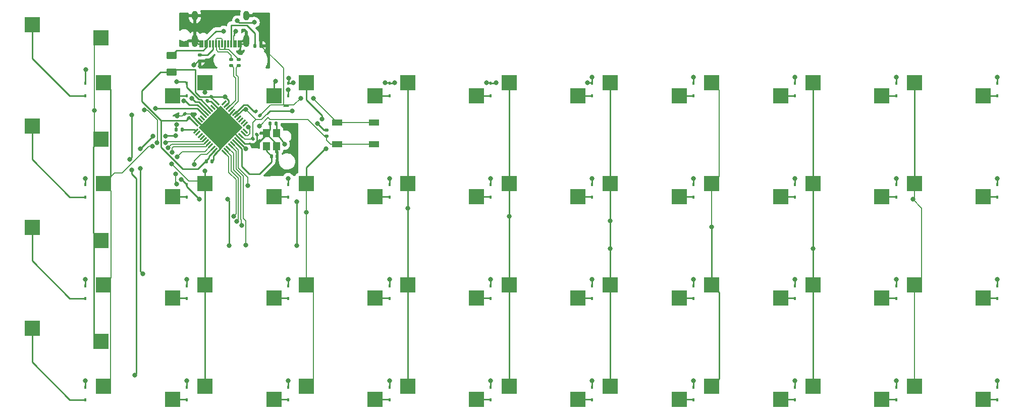
<source format=gbr>
%TF.GenerationSoftware,KiCad,Pcbnew,(6.0.4-0)*%
%TF.CreationDate,2023-02-28T21:33:54-06:00*%
%TF.ProjectId,bancouver40_cfx,62616e63-6f75-4766-9572-34305f636678,rev?*%
%TF.SameCoordinates,Original*%
%TF.FileFunction,Copper,L2,Bot*%
%TF.FilePolarity,Positive*%
%FSLAX46Y46*%
G04 Gerber Fmt 4.6, Leading zero omitted, Abs format (unit mm)*
G04 Created by KiCad (PCBNEW (6.0.4-0)) date 2023-02-28 21:33:54*
%MOMM*%
%LPD*%
G01*
G04 APERTURE LIST*
G04 Aperture macros list*
%AMRoundRect*
0 Rectangle with rounded corners*
0 $1 Rounding radius*
0 $2 $3 $4 $5 $6 $7 $8 $9 X,Y pos of 4 corners*
0 Add a 4 corners polygon primitive as box body*
4,1,4,$2,$3,$4,$5,$6,$7,$8,$9,$2,$3,0*
0 Add four circle primitives for the rounded corners*
1,1,$1+$1,$2,$3*
1,1,$1+$1,$4,$5*
1,1,$1+$1,$6,$7*
1,1,$1+$1,$8,$9*
0 Add four rect primitives between the rounded corners*
20,1,$1+$1,$2,$3,$4,$5,0*
20,1,$1+$1,$4,$5,$6,$7,0*
20,1,$1+$1,$6,$7,$8,$9,0*
20,1,$1+$1,$8,$9,$2,$3,0*%
%AMRotRect*
0 Rectangle, with rotation*
0 The origin of the aperture is its center*
0 $1 length*
0 $2 width*
0 $3 Rotation angle, in degrees counterclockwise*
0 Add horizontal line*
21,1,$1,$2,0,0,$3*%
G04 Aperture macros list end*
%TA.AperFunction,SMDPad,CuDef*%
%ADD10R,2.600000X2.600000*%
%TD*%
%TA.AperFunction,SMDPad,CuDef*%
%ADD11R,0.450000X0.600000*%
%TD*%
%TA.AperFunction,SMDPad,CuDef*%
%ADD12RoundRect,0.140000X0.219203X0.021213X0.021213X0.219203X-0.219203X-0.021213X-0.021213X-0.219203X0*%
%TD*%
%TA.AperFunction,SMDPad,CuDef*%
%ADD13RoundRect,0.135000X-0.185000X0.135000X-0.185000X-0.135000X0.185000X-0.135000X0.185000X0.135000X0*%
%TD*%
%TA.AperFunction,SMDPad,CuDef*%
%ADD14RoundRect,0.140000X0.021213X-0.219203X0.219203X-0.021213X-0.021213X0.219203X-0.219203X0.021213X0*%
%TD*%
%TA.AperFunction,SMDPad,CuDef*%
%ADD15RoundRect,0.062500X0.291682X0.380070X-0.380070X-0.291682X-0.291682X-0.380070X0.380070X0.291682X0*%
%TD*%
%TA.AperFunction,SMDPad,CuDef*%
%ADD16RoundRect,0.062500X-0.291682X0.380070X-0.380070X0.291682X0.291682X-0.380070X0.380070X-0.291682X0*%
%TD*%
%TA.AperFunction,SMDPad,CuDef*%
%ADD17RotRect,5.200000X5.200000X225.000000*%
%TD*%
%TA.AperFunction,SMDPad,CuDef*%
%ADD18RoundRect,0.140000X-0.140000X-0.170000X0.140000X-0.170000X0.140000X0.170000X-0.140000X0.170000X0*%
%TD*%
%TA.AperFunction,SMDPad,CuDef*%
%ADD19R,1.200000X1.400000*%
%TD*%
%TA.AperFunction,SMDPad,CuDef*%
%ADD20RoundRect,0.140000X-0.021213X0.219203X-0.219203X0.021213X0.021213X-0.219203X0.219203X-0.021213X0*%
%TD*%
%TA.AperFunction,SMDPad,CuDef*%
%ADD21RoundRect,0.135000X0.135000X0.185000X-0.135000X0.185000X-0.135000X-0.185000X0.135000X-0.185000X0*%
%TD*%
%TA.AperFunction,SMDPad,CuDef*%
%ADD22R,1.800000X1.100000*%
%TD*%
%TA.AperFunction,SMDPad,CuDef*%
%ADD23RoundRect,0.135000X-0.135000X-0.185000X0.135000X-0.185000X0.135000X0.185000X-0.135000X0.185000X0*%
%TD*%
%TA.AperFunction,SMDPad,CuDef*%
%ADD24RoundRect,0.140000X0.140000X0.170000X-0.140000X0.170000X-0.140000X-0.170000X0.140000X-0.170000X0*%
%TD*%
%TA.AperFunction,SMDPad,CuDef*%
%ADD25R,0.300000X1.150000*%
%TD*%
%TA.AperFunction,ComponentPad*%
%ADD26O,1.000000X2.100000*%
%TD*%
%TA.AperFunction,ComponentPad*%
%ADD27O,1.000000X1.600000*%
%TD*%
%TA.AperFunction,SMDPad,CuDef*%
%ADD28RoundRect,0.250000X-0.625000X0.375000X-0.625000X-0.375000X0.625000X-0.375000X0.625000X0.375000X0*%
%TD*%
%TA.AperFunction,SMDPad,CuDef*%
%ADD29RoundRect,0.140000X-0.219203X-0.021213X-0.021213X-0.219203X0.219203X0.021213X0.021213X0.219203X0*%
%TD*%
%TA.AperFunction,ViaPad*%
%ADD30C,0.800000*%
%TD*%
%TA.AperFunction,Conductor*%
%ADD31C,0.250000*%
%TD*%
%TA.AperFunction,Conductor*%
%ADD32C,0.200000*%
%TD*%
G04 APERTURE END LIST*
D10*
%TO.P,SW25,1,1*%
%TO.N,Net-(D25-Pad2)*%
X154149929Y-63324973D03*
%TO.P,SW25,2,2*%
%TO.N,col5*%
X142599929Y-61124973D03*
%TD*%
%TO.P,SW17,1,1*%
%TO.N,Net-(D17-Pad2)*%
X188149913Y-46324981D03*
%TO.P,SW17,2,2*%
%TO.N,col7*%
X176599913Y-44124981D03*
%TD*%
%TO.P,SW23,1,1*%
%TO.N,Net-(D23-Pad2)*%
X120149945Y-63324973D03*
%TO.P,SW23,2,2*%
%TO.N,col3*%
X108599945Y-61124973D03*
%TD*%
%TO.P,SW26,1,1*%
%TO.N,Net-(D26-Pad2)*%
X171149921Y-63324973D03*
%TO.P,SW26,2,2*%
%TO.N,col6*%
X159599921Y-61124973D03*
%TD*%
%TO.P,SW13,1,1*%
%TO.N,Net-(D13-Pad2)*%
X120149945Y-46324981D03*
%TO.P,SW13,2,2*%
%TO.N,col3*%
X108599945Y-44124981D03*
%TD*%
%TO.P,SW20,1,1*%
%TO.N,Net-(D20-Pad2)*%
X239149889Y-46324981D03*
%TO.P,SW20,2,2*%
%TO.N,col10*%
X227599889Y-44124981D03*
%TD*%
%TO.P,SW16,1,1*%
%TO.N,Net-(D16-Pad2)*%
X171149921Y-46324981D03*
%TO.P,SW16,2,2*%
%TO.N,col6*%
X159599921Y-44124981D03*
%TD*%
%TO.P,SW4,1,1*%
%TO.N,Net-(D4-Pad2)*%
X137149937Y-29324989D03*
%TO.P,SW4,2,2*%
%TO.N,col4*%
X125599937Y-27124989D03*
%TD*%
%TO.P,SW1,1,1*%
%TO.N,Net-(D1-Pad2)*%
X79599961Y-17424989D03*
%TO.P,SW1,2,2*%
%TO.N,col1*%
X91149961Y-19624989D03*
%TD*%
%TO.P,SW29,1,1*%
%TO.N,Net-(D29-Pad2)*%
X222149897Y-63324973D03*
%TO.P,SW29,2,2*%
%TO.N,col9*%
X210599897Y-61124973D03*
%TD*%
%TO.P,SW15,1,1*%
%TO.N,Net-(D15-Pad2)*%
X154149929Y-46324981D03*
%TO.P,SW15,2,2*%
%TO.N,col5*%
X142599929Y-44124981D03*
%TD*%
%TO.P,SW34,1,1*%
%TO.N,Net-(D34-Pad2)*%
X137149937Y-80324965D03*
%TO.P,SW34,2,2*%
%TO.N,col4*%
X125599937Y-78124965D03*
%TD*%
%TO.P,SW6,1,1*%
%TO.N,Net-(D6-Pad2)*%
X171149921Y-29324989D03*
%TO.P,SW6,2,2*%
%TO.N,col6*%
X159599921Y-27124989D03*
%TD*%
%TO.P,SW10,1,1*%
%TO.N,Net-(D10-Pad2)*%
X239149889Y-29324989D03*
%TO.P,SW10,2,2*%
%TO.N,col10*%
X227599889Y-27124989D03*
%TD*%
%TO.P,SW33,1,1*%
%TO.N,Net-(D33-Pad2)*%
X120149945Y-80324965D03*
%TO.P,SW33,2,2*%
%TO.N,col3*%
X108599945Y-78124965D03*
%TD*%
%TO.P,SW27,1,1*%
%TO.N,Net-(D27-Pad2)*%
X188149913Y-63324973D03*
%TO.P,SW27,2,2*%
%TO.N,col7*%
X176599913Y-61124973D03*
%TD*%
%TO.P,SW30,1,1*%
%TO.N,Net-(D30-Pad2)*%
X239149889Y-63324973D03*
%TO.P,SW30,2,2*%
%TO.N,col10*%
X227599889Y-61124973D03*
%TD*%
%TO.P,SW7,1,1*%
%TO.N,Net-(D7-Pad2)*%
X188149913Y-29324989D03*
%TO.P,SW7,2,2*%
%TO.N,col7*%
X176599913Y-27124989D03*
%TD*%
%TO.P,SW19,1,1*%
%TO.N,Net-(D19-Pad2)*%
X222149897Y-46324981D03*
%TO.P,SW19,2,2*%
%TO.N,col9*%
X210599897Y-44124981D03*
%TD*%
%TO.P,SW40,1,1*%
%TO.N,Net-(D40-Pad2)*%
X239149889Y-80324965D03*
%TO.P,SW40,2,2*%
%TO.N,col10*%
X227599889Y-78124965D03*
%TD*%
%TO.P,SW24,1,1*%
%TO.N,Net-(D24-Pad2)*%
X137149937Y-63324973D03*
%TO.P,SW24,2,2*%
%TO.N,col4*%
X125599937Y-61124973D03*
%TD*%
%TO.P,SW32,1,1*%
%TO.N,Net-(D32-Pad2)*%
X103149953Y-80324965D03*
%TO.P,SW32,2,2*%
%TO.N,col2*%
X91599953Y-78124965D03*
%TD*%
%TO.P,SW5,1,1*%
%TO.N,Net-(D5-Pad2)*%
X154149929Y-29324989D03*
%TO.P,SW5,2,2*%
%TO.N,col5*%
X142599929Y-27124989D03*
%TD*%
%TO.P,SW31,1,1*%
%TO.N,Net-(D31-Pad2)*%
X79599961Y-68424965D03*
%TO.P,SW31,2,2*%
%TO.N,col1*%
X91149961Y-70624965D03*
%TD*%
%TO.P,SW38,1,1*%
%TO.N,Net-(D38-Pad2)*%
X205149905Y-80324965D03*
%TO.P,SW38,2,2*%
%TO.N,col8*%
X193599905Y-78124965D03*
%TD*%
%TO.P,SW35,1,1*%
%TO.N,Net-(D35-Pad2)*%
X154149929Y-80324965D03*
%TO.P,SW35,2,2*%
%TO.N,col5*%
X142599929Y-78124965D03*
%TD*%
%TO.P,SW18,1,1*%
%TO.N,Net-(D18-Pad2)*%
X205149905Y-46324981D03*
%TO.P,SW18,2,2*%
%TO.N,col8*%
X193599905Y-44124981D03*
%TD*%
%TO.P,SW3,1,1*%
%TO.N,Net-(D3-Pad2)*%
X120149945Y-29324989D03*
%TO.P,SW3,2,2*%
%TO.N,col3*%
X108599945Y-27124989D03*
%TD*%
%TO.P,SW9,1,1*%
%TO.N,Net-(D9-Pad2)*%
X222149897Y-29324989D03*
%TO.P,SW9,2,2*%
%TO.N,col9*%
X210599897Y-27124989D03*
%TD*%
%TO.P,SW14,1,1*%
%TO.N,Net-(D14-Pad2)*%
X137149937Y-46324981D03*
%TO.P,SW14,2,2*%
%TO.N,col4*%
X125599937Y-44124981D03*
%TD*%
%TO.P,SW21,1,1*%
%TO.N,Net-(D21-Pad2)*%
X79599961Y-51424973D03*
%TO.P,SW21,2,2*%
%TO.N,col1*%
X91149961Y-53624973D03*
%TD*%
%TO.P,SW2,1,1*%
%TO.N,Net-(D2-Pad2)*%
X103149953Y-29324989D03*
%TO.P,SW2,2,2*%
%TO.N,col2*%
X91599953Y-27124989D03*
%TD*%
%TO.P,SW12,1,1*%
%TO.N,Net-(D12-Pad2)*%
X103149953Y-46324981D03*
%TO.P,SW12,2,2*%
%TO.N,col2*%
X91599953Y-44124981D03*
%TD*%
%TO.P,SW36,1,1*%
%TO.N,Net-(D36-Pad2)*%
X171149921Y-80324965D03*
%TO.P,SW36,2,2*%
%TO.N,col6*%
X159599921Y-78124965D03*
%TD*%
%TO.P,SW22,1,1*%
%TO.N,Net-(D22-Pad2)*%
X103149953Y-63324973D03*
%TO.P,SW22,2,2*%
%TO.N,col2*%
X91599953Y-61124973D03*
%TD*%
%TO.P,SW28,1,1*%
%TO.N,Net-(D28-Pad2)*%
X205149905Y-63324973D03*
%TO.P,SW28,2,2*%
%TO.N,col8*%
X193599905Y-61124973D03*
%TD*%
%TO.P,SW37,1,1*%
%TO.N,Net-(D37-Pad2)*%
X188149913Y-80324965D03*
%TO.P,SW37,2,2*%
%TO.N,col7*%
X176599913Y-78124965D03*
%TD*%
%TO.P,SW11,1,1*%
%TO.N,Net-(D11-Pad2)*%
X79599961Y-34424981D03*
%TO.P,SW11,2,2*%
%TO.N,col1*%
X91149961Y-36624981D03*
%TD*%
%TO.P,SW39,1,1*%
%TO.N,Net-(D39-Pad2)*%
X222149897Y-80324965D03*
%TO.P,SW39,2,2*%
%TO.N,col9*%
X210599897Y-78124965D03*
%TD*%
%TO.P,SW8,1,1*%
%TO.N,Net-(D8-Pad2)*%
X205149905Y-29324989D03*
%TO.P,SW8,2,2*%
%TO.N,col8*%
X193599905Y-27124989D03*
%TD*%
D11*
%TO.P,D35,1,K*%
%TO.N,row4*%
X156541593Y-78283296D03*
%TO.P,D35,2,A*%
%TO.N,Net-(D35-Pad2)*%
X156541593Y-80383296D03*
%TD*%
%TO.P,D31,1,K*%
%TO.N,row4*%
X88541625Y-78283296D03*
%TO.P,D31,2,A*%
%TO.N,Net-(D31-Pad2)*%
X88541625Y-80383296D03*
%TD*%
%TO.P,D30,1,K*%
%TO.N,row3*%
X241541553Y-61283304D03*
%TO.P,D30,2,A*%
%TO.N,Net-(D30-Pad2)*%
X241541553Y-63383304D03*
%TD*%
%TO.P,D34,1,K*%
%TO.N,row4*%
X139541601Y-78283296D03*
%TO.P,D34,2,A*%
%TO.N,Net-(D34-Pad2)*%
X139541601Y-80383296D03*
%TD*%
D12*
%TO.P,C5,1*%
%TO.N,+5V*%
X105839411Y-33089411D03*
%TO.P,C5,2*%
%TO.N,GND*%
X105160589Y-32410589D03*
%TD*%
D13*
%TO.P,R4,1*%
%TO.N,D+*%
X114250000Y-23240000D03*
%TO.P,R4,2*%
%TO.N,D_res+*%
X114250000Y-24260000D03*
%TD*%
D11*
%TO.P,D11,1,K*%
%TO.N,row2*%
X88541625Y-44283312D03*
%TO.P,D11,2,A*%
%TO.N,Net-(D11-Pad2)*%
X88541625Y-46383312D03*
%TD*%
%TO.P,D8,1,K*%
%TO.N,row1*%
X207541569Y-27283320D03*
%TO.P,D8,2,A*%
%TO.N,Net-(D8-Pad2)*%
X207541569Y-29383320D03*
%TD*%
%TO.P,D22,1,K*%
%TO.N,row3*%
X105541617Y-61283304D03*
%TO.P,D22,2,A*%
%TO.N,Net-(D22-Pad2)*%
X105541617Y-63383304D03*
%TD*%
%TO.P,D24,1,K*%
%TO.N,row3*%
X139541601Y-61283304D03*
%TO.P,D24,2,A*%
%TO.N,Net-(D24-Pad2)*%
X139541601Y-63383304D03*
%TD*%
D14*
%TO.P,C4,1*%
%TO.N,+5V*%
X116660589Y-36539411D03*
%TO.P,C4,2*%
%TO.N,GND*%
X117339411Y-35860589D03*
%TD*%
D15*
%TO.P,U1,1,PE6*%
%TO.N,unconnected-(U1-Pad1)*%
X111800483Y-30580581D03*
%TO.P,U1,2,UVCC*%
%TO.N,+5V*%
X112154036Y-30934135D03*
%TO.P,U1,3,D-*%
%TO.N,D_res-*%
X112507590Y-31287688D03*
%TO.P,U1,4,D+*%
%TO.N,D_res+*%
X112861143Y-31641241D03*
%TO.P,U1,5,UGND*%
%TO.N,GND*%
X113214696Y-31994795D03*
%TO.P,U1,6,UCAP*%
%TO.N,Net-(C3-Pad1)*%
X113568250Y-32348348D03*
%TO.P,U1,7,VBUS*%
%TO.N,+5V*%
X113921803Y-32701902D03*
%TO.P,U1,8,PB0*%
%TO.N,unconnected-(U1-Pad8)*%
X114275357Y-33055455D03*
%TO.P,U1,9,PB1*%
%TO.N,unconnected-(U1-Pad9)*%
X114628910Y-33409008D03*
%TO.P,U1,10,PB2*%
%TO.N,unconnected-(U1-Pad10)*%
X114982463Y-33762562D03*
%TO.P,U1,11,PB3*%
%TO.N,unconnected-(U1-Pad11)*%
X115336017Y-34116115D03*
D16*
%TO.P,U1,12,PB7*%
%TO.N,unconnected-(U1-Pad12)*%
X115336017Y-35300519D03*
%TO.P,U1,13,~{RESET}*%
%TO.N,Net-(B1-Pad2)*%
X114982463Y-35654072D03*
%TO.P,U1,14,VCC*%
%TO.N,+5V*%
X114628910Y-36007626D03*
%TO.P,U1,15,GND*%
%TO.N,GND*%
X114275357Y-36361179D03*
%TO.P,U1,16,XTAL2*%
%TO.N,Net-(C2-Pad2)*%
X113921803Y-36714732D03*
%TO.P,U1,17,XTAL1*%
%TO.N,Net-(C1-Pad2)*%
X113568250Y-37068286D03*
%TO.P,U1,18,PD0*%
%TO.N,col10*%
X113214696Y-37421839D03*
%TO.P,U1,19,PD1*%
%TO.N,col9*%
X112861143Y-37775393D03*
%TO.P,U1,20,PD2*%
%TO.N,col8*%
X112507590Y-38128946D03*
%TO.P,U1,21,PD3*%
%TO.N,col7*%
X112154036Y-38482499D03*
%TO.P,U1,22,PD5*%
%TO.N,col6*%
X111800483Y-38836053D03*
D15*
%TO.P,U1,23,GND*%
%TO.N,GND*%
X110616079Y-38836053D03*
%TO.P,U1,24,AVCC*%
%TO.N,+5V*%
X110262526Y-38482499D03*
%TO.P,U1,25,PD4*%
%TO.N,col5*%
X109908972Y-38128946D03*
%TO.P,U1,26,PD6*%
%TO.N,col4*%
X109555419Y-37775393D03*
%TO.P,U1,27,PD7*%
%TO.N,col3*%
X109201866Y-37421839D03*
%TO.P,U1,28,PB4*%
%TO.N,col2*%
X108848312Y-37068286D03*
%TO.P,U1,29,PB5*%
%TO.N,col1*%
X108494759Y-36714732D03*
%TO.P,U1,30,PB6*%
%TO.N,unconnected-(U1-Pad30)*%
X108141205Y-36361179D03*
%TO.P,U1,31,PC6*%
%TO.N,unconnected-(U1-Pad31)*%
X107787652Y-36007626D03*
%TO.P,U1,32,PC7*%
%TO.N,unconnected-(U1-Pad32)*%
X107434099Y-35654072D03*
%TO.P,U1,33,~{HWB}/PE2*%
%TO.N,Net-(R6-Pad1)*%
X107080545Y-35300519D03*
D16*
%TO.P,U1,34,VCC*%
%TO.N,+5V*%
X107080545Y-34116115D03*
%TO.P,U1,35,GND*%
%TO.N,GND*%
X107434099Y-33762562D03*
%TO.P,U1,36,PF7*%
%TO.N,unconnected-(U1-Pad36)*%
X107787652Y-33409008D03*
%TO.P,U1,37,PF6*%
%TO.N,unconnected-(U1-Pad37)*%
X108141205Y-33055455D03*
%TO.P,U1,38,PF5*%
%TO.N,row4*%
X108494759Y-32701902D03*
%TO.P,U1,39,PF4*%
%TO.N,row3*%
X108848312Y-32348348D03*
%TO.P,U1,40,PF1*%
%TO.N,row2*%
X109201866Y-31994795D03*
%TO.P,U1,41,PF0*%
%TO.N,row1*%
X109555419Y-31641241D03*
%TO.P,U1,42,AREF*%
%TO.N,unconnected-(U1-Pad42)*%
X109908972Y-31287688D03*
%TO.P,U1,43,GND*%
%TO.N,GND*%
X110262526Y-30934135D03*
%TO.P,U1,44,AVCC*%
%TO.N,+5V*%
X110616079Y-30580581D03*
D17*
%TO.P,U1,45,GND*%
%TO.N,GND*%
X111208281Y-34708317D03*
%TD*%
D11*
%TO.P,D27,1,K*%
%TO.N,row3*%
X190541577Y-61283304D03*
%TO.P,D27,2,A*%
%TO.N,Net-(D27-Pad2)*%
X190541577Y-63383304D03*
%TD*%
%TO.P,D4,1,K*%
%TO.N,row1*%
X139541601Y-27283320D03*
%TO.P,D4,2,A*%
%TO.N,Net-(D4-Pad2)*%
X139541601Y-29383320D03*
%TD*%
%TO.P,D40,1,K*%
%TO.N,row4*%
X241541553Y-78283296D03*
%TO.P,D40,2,A*%
%TO.N,Net-(D40-Pad2)*%
X241541553Y-80383296D03*
%TD*%
%TO.P,D29,1,K*%
%TO.N,row3*%
X224541561Y-61283304D03*
%TO.P,D29,2,A*%
%TO.N,Net-(D29-Pad2)*%
X224541561Y-63383304D03*
%TD*%
%TO.P,D28,1,K*%
%TO.N,row3*%
X207541569Y-61283304D03*
%TO.P,D28,2,A*%
%TO.N,Net-(D28-Pad2)*%
X207541569Y-63383304D03*
%TD*%
%TO.P,D33,1,K*%
%TO.N,row4*%
X122541609Y-78283296D03*
%TO.P,D33,2,A*%
%TO.N,Net-(D33-Pad2)*%
X122541609Y-80383296D03*
%TD*%
%TO.P,D15,1,K*%
%TO.N,row2*%
X156541593Y-44283312D03*
%TO.P,D15,2,A*%
%TO.N,Net-(D15-Pad2)*%
X156541593Y-46383312D03*
%TD*%
%TO.P,D9,1,K*%
%TO.N,row1*%
X224541561Y-27283320D03*
%TO.P,D9,2,A*%
%TO.N,Net-(D9-Pad2)*%
X224541561Y-29383320D03*
%TD*%
%TO.P,D21,1,K*%
%TO.N,row3*%
X88541625Y-61283304D03*
%TO.P,D21,2,A*%
%TO.N,Net-(D21-Pad2)*%
X88541625Y-63383304D03*
%TD*%
D18*
%TO.P,C2,1*%
%TO.N,GND*%
X119520000Y-34000000D03*
%TO.P,C2,2*%
%TO.N,Net-(C2-Pad2)*%
X120480000Y-34000000D03*
%TD*%
D19*
%TO.P,Y1,1,1*%
%TO.N,Net-(C1-Pad2)*%
X118900000Y-37850000D03*
%TO.P,Y1,2,2*%
%TO.N,GND*%
X118900000Y-35650000D03*
%TO.P,Y1,3,3*%
%TO.N,Net-(C2-Pad2)*%
X120600000Y-35650000D03*
%TO.P,Y1,4,4*%
%TO.N,GND*%
X120600000Y-37850000D03*
%TD*%
D11*
%TO.P,D32,1,K*%
%TO.N,row4*%
X105541617Y-78283296D03*
%TO.P,D32,2,A*%
%TO.N,Net-(D32-Pad2)*%
X105541617Y-80383296D03*
%TD*%
D13*
%TO.P,R5,1*%
%TO.N,D-*%
X113000000Y-23240000D03*
%TO.P,R5,2*%
%TO.N,D_res-*%
X113000000Y-24260000D03*
%TD*%
D11*
%TO.P,D19,1,K*%
%TO.N,row2*%
X224541561Y-44283312D03*
%TO.P,D19,2,A*%
%TO.N,Net-(D19-Pad2)*%
X224541561Y-46383312D03*
%TD*%
%TO.P,D10,1,K*%
%TO.N,row1*%
X241541553Y-27283320D03*
%TO.P,D10,2,A*%
%TO.N,Net-(D10-Pad2)*%
X241541553Y-29383320D03*
%TD*%
%TO.P,D14,1,K*%
%TO.N,row2*%
X139541601Y-44283312D03*
%TO.P,D14,2,A*%
%TO.N,Net-(D14-Pad2)*%
X139541601Y-46383312D03*
%TD*%
%TO.P,D6,1,K*%
%TO.N,row1*%
X173541585Y-27283320D03*
%TO.P,D6,2,A*%
%TO.N,Net-(D6-Pad2)*%
X173541585Y-29383320D03*
%TD*%
D20*
%TO.P,C7,1*%
%TO.N,+5V*%
X109689411Y-29535589D03*
%TO.P,C7,2*%
%TO.N,GND*%
X109010589Y-30214411D03*
%TD*%
D11*
%TO.P,D18,1,K*%
%TO.N,row2*%
X207541569Y-44283312D03*
%TO.P,D18,2,A*%
%TO.N,Net-(D18-Pad2)*%
X207541569Y-46383312D03*
%TD*%
D21*
%TO.P,R6,1*%
%TO.N,Net-(R6-Pad1)*%
X104760000Y-35000000D03*
%TO.P,R6,2*%
%TO.N,GND*%
X103740000Y-35000000D03*
%TD*%
D11*
%TO.P,D16,1,K*%
%TO.N,row2*%
X173541585Y-44283312D03*
%TO.P,D16,2,A*%
%TO.N,Net-(D16-Pad2)*%
X173541585Y-46383312D03*
%TD*%
%TO.P,D13,1,K*%
%TO.N,row2*%
X122541609Y-44283312D03*
%TO.P,D13,2,A*%
%TO.N,Net-(D13-Pad2)*%
X122541609Y-46383312D03*
%TD*%
%TO.P,D25,1,K*%
%TO.N,row3*%
X156541593Y-61283304D03*
%TO.P,D25,2,A*%
%TO.N,Net-(D25-Pad2)*%
X156541593Y-63383304D03*
%TD*%
D22*
%TO.P,B1,1,1*%
%TO.N,GND*%
X136940000Y-33820000D03*
X130740000Y-33820000D03*
%TO.P,B1,2,2*%
%TO.N,Net-(B1-Pad2)*%
X136940000Y-37520000D03*
X130740000Y-37520000D03*
%TD*%
D11*
%TO.P,D26,1,K*%
%TO.N,row3*%
X173541585Y-61283304D03*
%TO.P,D26,2,A*%
%TO.N,Net-(D26-Pad2)*%
X173541585Y-63383304D03*
%TD*%
%TO.P,D1,1,K*%
%TO.N,row1*%
X88541625Y-27283320D03*
%TO.P,D1,2,A*%
%TO.N,Net-(D1-Pad2)*%
X88541625Y-29383320D03*
%TD*%
%TO.P,D3,1,K*%
%TO.N,row1*%
X122541609Y-27283320D03*
%TO.P,D3,2,A*%
%TO.N,Net-(D3-Pad2)*%
X122541609Y-29383320D03*
%TD*%
D18*
%TO.P,C6,1*%
%TO.N,+5V*%
X108831615Y-40374981D03*
%TO.P,C6,2*%
%TO.N,GND*%
X109791615Y-40374981D03*
%TD*%
D11*
%TO.P,D7,1,K*%
%TO.N,row1*%
X190541577Y-27283320D03*
%TO.P,D7,2,A*%
%TO.N,Net-(D7-Pad2)*%
X190541577Y-29383320D03*
%TD*%
D23*
%TO.P,R3,1*%
%TO.N,Net-(J1-PadB5)*%
X116990000Y-21000000D03*
%TO.P,R3,2*%
%TO.N,GND*%
X118010000Y-21000000D03*
%TD*%
D11*
%TO.P,D23,1,K*%
%TO.N,row3*%
X122541609Y-61283304D03*
%TO.P,D23,2,A*%
%TO.N,Net-(D23-Pad2)*%
X122541609Y-63383304D03*
%TD*%
D24*
%TO.P,C1,1*%
%TO.N,GND*%
X120730000Y-39500000D03*
%TO.P,C1,2*%
%TO.N,Net-(C1-Pad2)*%
X119770000Y-39500000D03*
%TD*%
D11*
%TO.P,D17,1,K*%
%TO.N,row2*%
X190541577Y-44283312D03*
%TO.P,D17,2,A*%
%TO.N,Net-(D17-Pad2)*%
X190541577Y-46383312D03*
%TD*%
D25*
%TO.P,J1,A1,GND*%
%TO.N,GND*%
X107858281Y-20669992D03*
%TO.P,J1,A4,VBUS*%
%TO.N,VBUS*%
X108658281Y-20669992D03*
%TO.P,J1,A5,CC1*%
%TO.N,Net-(J1-PadA5)*%
X109958281Y-20669992D03*
%TO.P,J1,A6,D+*%
%TO.N,D+*%
X110958281Y-20669992D03*
%TO.P,J1,A7,D-*%
%TO.N,D-*%
X111458281Y-20669992D03*
%TO.P,J1,A8,SBU1*%
%TO.N,unconnected-(J1-PadA8)*%
X112458281Y-20669992D03*
%TO.P,J1,A9,VBUS*%
%TO.N,VBUS*%
X113758281Y-20669992D03*
%TO.P,J1,A12,GND*%
%TO.N,GND*%
X114558281Y-20669992D03*
%TO.P,J1,B1,GND*%
X114258281Y-20669992D03*
%TO.P,J1,B4,VBUS*%
%TO.N,VBUS*%
X113458281Y-20669992D03*
%TO.P,J1,B5,CC2*%
%TO.N,Net-(J1-PadB5)*%
X112958281Y-20669992D03*
%TO.P,J1,B6,D+*%
%TO.N,D+*%
X111958281Y-20669992D03*
%TO.P,J1,B7,D-*%
%TO.N,D-*%
X110458281Y-20669992D03*
%TO.P,J1,B8,SBU2*%
%TO.N,unconnected-(J1-PadB8)*%
X109458281Y-20669992D03*
%TO.P,J1,B9,VBUS*%
%TO.N,VBUS*%
X108958281Y-20669992D03*
%TO.P,J1,B12,GND*%
%TO.N,GND*%
X108158281Y-20669992D03*
D26*
%TO.P,J1,S1,SHIELD*%
X106888281Y-20104992D03*
D27*
X106888281Y-15924992D03*
X115528281Y-15924992D03*
D26*
X115528281Y-20104992D03*
%TD*%
D11*
%TO.P,D12,1,K*%
%TO.N,row2*%
X105541617Y-44283312D03*
%TO.P,D12,2,A*%
%TO.N,Net-(D12-Pad2)*%
X105541617Y-46383312D03*
%TD*%
%TO.P,D5,1,K*%
%TO.N,row1*%
X156541593Y-27283320D03*
%TO.P,D5,2,A*%
%TO.N,Net-(D5-Pad2)*%
X156541593Y-29383320D03*
%TD*%
%TO.P,D37,1,K*%
%TO.N,row4*%
X190541577Y-78283296D03*
%TO.P,D37,2,A*%
%TO.N,Net-(D37-Pad2)*%
X190541577Y-80383296D03*
%TD*%
%TO.P,D36,1,K*%
%TO.N,row4*%
X173541585Y-78283296D03*
%TO.P,D36,2,A*%
%TO.N,Net-(D36-Pad2)*%
X173541585Y-80383296D03*
%TD*%
D28*
%TO.P,F1,1*%
%TO.N,VBUS*%
X103000000Y-22600000D03*
%TO.P,F1,2*%
%TO.N,+5V*%
X103000000Y-25400000D03*
%TD*%
D29*
%TO.P,C3,1*%
%TO.N,Net-(C3-Pad1)*%
X117140589Y-31980589D03*
%TO.P,C3,2*%
%TO.N,GND*%
X117819411Y-32659411D03*
%TD*%
D13*
%TO.P,R2,1*%
%TO.N,Net-(J1-PadA5)*%
X107750000Y-22480000D03*
%TO.P,R2,2*%
%TO.N,GND*%
X107750000Y-23500000D03*
%TD*%
D11*
%TO.P,D39,1,K*%
%TO.N,row4*%
X224541561Y-78283296D03*
%TO.P,D39,2,A*%
%TO.N,Net-(D39-Pad2)*%
X224541561Y-80383296D03*
%TD*%
D13*
%TO.P,R1,1*%
%TO.N,+5V*%
X128950000Y-35100000D03*
%TO.P,R1,2*%
%TO.N,Net-(B1-Pad2)*%
X128950000Y-36120000D03*
%TD*%
D11*
%TO.P,D20,1,K*%
%TO.N,row2*%
X241541553Y-44283312D03*
%TO.P,D20,2,A*%
%TO.N,Net-(D20-Pad2)*%
X241541553Y-46383312D03*
%TD*%
%TO.P,D38,1,K*%
%TO.N,row4*%
X207541569Y-78283296D03*
%TO.P,D38,2,A*%
%TO.N,Net-(D38-Pad2)*%
X207541569Y-80383296D03*
%TD*%
%TO.P,D2,1,K*%
%TO.N,row1*%
X105541617Y-27283320D03*
%TO.P,D2,2,A*%
%TO.N,Net-(D2-Pad2)*%
X105541617Y-29383320D03*
%TD*%
D30*
%TO.N,GND*%
X103800000Y-34224500D03*
X126791607Y-29749986D03*
X106760000Y-24220000D03*
X103900000Y-32775500D03*
X124666608Y-29749986D03*
%TO.N,Net-(B1-Pad2)*%
X117760089Y-34400000D03*
X115838365Y-34638365D03*
%TO.N,Net-(C2-Pad2)*%
X121934486Y-37521348D03*
X115474446Y-38249982D03*
%TO.N,+5V*%
X111938982Y-29500000D03*
X115400000Y-31614500D03*
X123249942Y-31874985D03*
X127499940Y-33999984D03*
%TO.N,row1*%
X114041613Y-16775500D03*
X123400000Y-27200000D03*
X207541569Y-26208321D03*
X140400000Y-27200000D03*
X173541585Y-26208321D03*
X241541553Y-26208321D03*
X116874945Y-16999992D03*
X122600000Y-26400000D03*
X88600000Y-25000000D03*
X155800000Y-27200000D03*
X172800000Y-27200000D03*
X190541577Y-26208321D03*
X157400000Y-27200000D03*
X103800000Y-27000000D03*
X224541561Y-26208321D03*
X138800000Y-27200000D03*
%TO.N,Net-(D3-Pad2)*%
X122541609Y-28333320D03*
X120416610Y-26916654D03*
%TO.N,row2*%
X241541553Y-43208313D03*
X190541577Y-43208313D03*
X224541561Y-43208313D03*
X106356406Y-29790789D03*
X156541593Y-43208313D03*
X122541609Y-43208313D03*
X207541569Y-43208313D03*
X112425408Y-46749978D03*
X107666616Y-46749978D03*
X123958275Y-47100980D03*
X88541625Y-43208313D03*
X173541585Y-43208313D03*
X139541601Y-43208313D03*
X123958275Y-54541641D03*
X112624947Y-54541641D03*
X104626176Y-43415420D03*
%TO.N,row3*%
X98208767Y-59250452D03*
X103703597Y-36061495D03*
X207541569Y-60208305D03*
X190541577Y-60208305D03*
X97749954Y-38249982D03*
X105049454Y-30220001D03*
X224541561Y-60208305D03*
X122541609Y-60208305D03*
X101999952Y-36124983D03*
X97749954Y-41574981D03*
X105541617Y-60208305D03*
X173541585Y-60208305D03*
X241541553Y-60208305D03*
X139541601Y-60208305D03*
X156541593Y-60208305D03*
X99874953Y-36124983D03*
X88541625Y-60208305D03*
%TO.N,row4*%
X190541577Y-77208297D03*
X122541609Y-77208297D03*
X95984531Y-40026225D03*
X96333288Y-32583318D03*
X173541585Y-77208297D03*
X88541625Y-77208297D03*
X96792101Y-76250444D03*
X105541617Y-77208297D03*
X156541593Y-77208297D03*
X241541553Y-77208297D03*
X139541601Y-77208297D03*
X100262268Y-31487670D03*
X96333288Y-41791647D03*
X224541561Y-77208297D03*
X207541569Y-77208297D03*
%TO.N,VBUS*%
X113750000Y-18500000D03*
X111750000Y-18500000D03*
%TO.N,col1*%
X90000442Y-31800442D03*
X100525500Y-37200000D03*
X98462701Y-31737299D03*
X101974500Y-37200000D03*
%TO.N,col2*%
X99735416Y-37812187D03*
X102397256Y-38105693D03*
%TO.N,col3*%
X103000000Y-40800000D03*
X108600000Y-42000000D03*
X103104011Y-38812449D03*
X108599945Y-28775500D03*
%TO.N,col4*%
X128208273Y-33291651D03*
X125600000Y-48899500D03*
X103887548Y-39595985D03*
X128916606Y-38249982D03*
X103705378Y-42494622D03*
X103800000Y-44200000D03*
%TO.N,col5*%
X106800000Y-40885500D03*
X142600000Y-48200000D03*
%TO.N,col6*%
X113400000Y-49600000D03*
X159600000Y-49600000D03*
%TO.N,col7*%
X113954424Y-50431636D03*
X176599913Y-55024978D03*
X176600000Y-50400000D03*
%TO.N,col8*%
X114749946Y-51131136D03*
X193600000Y-51400000D03*
%TO.N,col9*%
X210599897Y-55024978D03*
X115458279Y-54463285D03*
%TO.N,col10*%
X227374893Y-46749978D03*
X115800000Y-44400000D03*
%TD*%
D31*
%TO.N,GND*%
X110262526Y-30934135D02*
X109617802Y-30289411D01*
D32*
X105171178Y-32400000D02*
X106178282Y-32400000D01*
X105160589Y-32410589D02*
X105171178Y-32400000D01*
D31*
X111029615Y-37299615D02*
X106250934Y-32520934D01*
X118900000Y-35750000D02*
X120600000Y-37450000D01*
X109617802Y-30289411D02*
X109085589Y-30289411D01*
X108379854Y-34708317D02*
X111208281Y-34708317D01*
D32*
X121749456Y-30920544D02*
X123496050Y-30920544D01*
X126791607Y-29871607D02*
X130740000Y-33820000D01*
D31*
X110616079Y-38836053D02*
X110030000Y-39422132D01*
X111208281Y-38209175D02*
X111208281Y-34708317D01*
X116921510Y-37378490D02*
X117422488Y-37378490D01*
X114275357Y-36361179D02*
X112622495Y-34708317D01*
X120600000Y-37450000D02*
X120600000Y-37850000D01*
D32*
X121745500Y-30924500D02*
X121749456Y-30920544D01*
D31*
X107480000Y-23500000D02*
X106760000Y-24220000D01*
X107453281Y-20669992D02*
X106888281Y-20104992D01*
D32*
X103740000Y-34284500D02*
X103800000Y-34224500D01*
D31*
X114963281Y-20669992D02*
X115528281Y-20104992D01*
X113214696Y-31994795D02*
X111208281Y-34001210D01*
X110030000Y-40136596D02*
X109791615Y-40374981D01*
D32*
X121749456Y-24739456D02*
X118010000Y-21000000D01*
D31*
X110262526Y-30934135D02*
X111208281Y-31879890D01*
X117344311Y-36955689D02*
X116921510Y-37378490D01*
X111208281Y-34001210D02*
X111208281Y-34708317D01*
X119520000Y-35030000D02*
X118900000Y-35650000D01*
D32*
X106178282Y-32400000D02*
X108486599Y-34708317D01*
X121749456Y-30920544D02*
X121749456Y-24739456D01*
D31*
X108158281Y-20669992D02*
X107453281Y-20669992D01*
X114275357Y-36361179D02*
X115292668Y-37378490D01*
D32*
X130740000Y-33820000D02*
X136940000Y-33820000D01*
D31*
X118900000Y-35900978D02*
X118900000Y-35650000D01*
D32*
X119554322Y-30924500D02*
X121745500Y-30924500D01*
D31*
X120730000Y-37980000D02*
X120600000Y-37850000D01*
X120730000Y-39500000D02*
X120730000Y-37980000D01*
D32*
X108486599Y-34708317D02*
X111208281Y-34708317D01*
X117819411Y-32659411D02*
X119554322Y-30924500D01*
D31*
X119520000Y-34000000D02*
X119520000Y-35030000D01*
X114258281Y-20669992D02*
X114963281Y-20669992D01*
X118710589Y-35460589D02*
X118900000Y-35650000D01*
X112622495Y-34708317D02*
X111208281Y-34708317D01*
D32*
X103900000Y-32775500D02*
X104795678Y-32775500D01*
D31*
X117344311Y-35865489D02*
X117344311Y-36955689D01*
X110030000Y-39422132D02*
X110030000Y-40136596D01*
X111029615Y-38422517D02*
X111029615Y-37299615D01*
X109085589Y-30289411D02*
X109010589Y-30214411D01*
X115292668Y-37378490D02*
X116921510Y-37378490D01*
X117422488Y-37378490D02*
X118900000Y-35900978D01*
X118900000Y-35650000D02*
X118900000Y-35750000D01*
D32*
X123496050Y-30920544D02*
X124666608Y-29749986D01*
X103740000Y-35000000D02*
X103740000Y-34284500D01*
D31*
X107750000Y-23500000D02*
X107480000Y-23500000D01*
D32*
X126791607Y-29749986D02*
X126791607Y-29871607D01*
D31*
X117339411Y-35860589D02*
X117344311Y-35865489D01*
X107434099Y-33762562D02*
X108379854Y-34708317D01*
X110616079Y-38801377D02*
X111208281Y-38209175D01*
D32*
X104795678Y-32775500D02*
X105160589Y-32410589D01*
D31*
X111208281Y-31879890D02*
X111208281Y-34708317D01*
D32*
%TO.N,Net-(B1-Pad2)*%
X115371000Y-36042609D02*
X115777653Y-36042609D01*
X125835203Y-33324506D02*
X128630697Y-36120000D01*
X114982463Y-35654072D02*
X115371000Y-36042609D01*
X129640000Y-37520000D02*
X130740000Y-37520000D01*
X119494506Y-33324506D02*
X125835203Y-33324506D01*
X115777653Y-36042609D02*
X116078107Y-35742155D01*
X128950000Y-36830000D02*
X129640000Y-37520000D01*
X128950000Y-36120000D02*
X128950000Y-36830000D01*
X128630697Y-36120000D02*
X128950000Y-36120000D01*
X116078107Y-35742155D02*
X116078107Y-34878107D01*
X117760089Y-34400000D02*
X117770000Y-34400000D01*
X119170000Y-33000000D02*
X119494506Y-33324506D01*
X117770000Y-34400000D02*
X119170000Y-33000000D01*
X116078107Y-34878107D02*
X115838365Y-34638365D01*
X130740000Y-37520000D02*
X136940000Y-37520000D01*
D31*
%TO.N,Net-(C1-Pad2)*%
X114749946Y-38249982D02*
X114749946Y-41204305D01*
X119770000Y-40434249D02*
X119770000Y-39500000D01*
X118900000Y-37850000D02*
X118900000Y-38630000D01*
X113568250Y-37068286D02*
X114749946Y-38249982D01*
X114749946Y-41204305D02*
X116009643Y-42464002D01*
X116009643Y-42464002D02*
X117740247Y-42464002D01*
X117740247Y-42464002D02*
X119770000Y-40434249D01*
X118900000Y-38630000D02*
X119770000Y-39500000D01*
%TO.N,Net-(C2-Pad2)*%
X121934486Y-37521348D02*
X120600000Y-35650000D01*
X120600000Y-34120000D02*
X120480000Y-34000000D01*
X115433478Y-38226407D02*
X115450871Y-38226407D01*
X113921803Y-36714732D02*
X115433478Y-38226407D01*
X115450871Y-38226407D02*
X115474446Y-38249982D01*
X120600000Y-35650000D02*
X120600000Y-34120000D01*
%TO.N,Net-(C3-Pad1)*%
X116810589Y-31980589D02*
X117140589Y-31980589D01*
X113568250Y-32348348D02*
X113639641Y-32348348D01*
X113639641Y-32348348D02*
X115097989Y-30890000D01*
X115097989Y-30890000D02*
X115720000Y-30890000D01*
X115720000Y-30890000D02*
X116810589Y-31980589D01*
%TO.N,+5V*%
X128599956Y-35100000D02*
X127499940Y-33999984D01*
X105839411Y-33089411D02*
X106053841Y-33089411D01*
X98000432Y-28548536D02*
X98000432Y-30250432D01*
X104876964Y-41610000D02*
X107376930Y-41610000D01*
X119515015Y-31874985D02*
X119009520Y-32380480D01*
X107376930Y-41610000D02*
X109230000Y-39756930D01*
X113921803Y-32701902D02*
X115009205Y-31614500D01*
D32*
X117145500Y-33360000D02*
X118030000Y-33360000D01*
D31*
X110580581Y-30580581D02*
X109500000Y-29500000D01*
X109230000Y-39515025D02*
X110262526Y-38482499D01*
X112154036Y-30934135D02*
X112567572Y-30520599D01*
X107725934Y-29500000D02*
X106975434Y-28749500D01*
X106053841Y-33089411D02*
X107080545Y-34116115D01*
X109500000Y-29500000D02*
X107725934Y-29500000D01*
X101250000Y-33500000D02*
X105428822Y-33500000D01*
X110616079Y-30580581D02*
X110580581Y-30580581D01*
X112567572Y-30128590D02*
X111938982Y-29500000D01*
X101148968Y-25400000D02*
X98000432Y-28548536D01*
X109230000Y-39750000D02*
X109230000Y-39515025D01*
D32*
X116660589Y-33844911D02*
X117145500Y-33360000D01*
D31*
X103000000Y-25400000D02*
X101148968Y-25400000D01*
X106975434Y-24944511D02*
X103455489Y-24944511D01*
X111938982Y-29500000D02*
X109500000Y-29500000D01*
D32*
X115251284Y-36630000D02*
X116570000Y-36630000D01*
D31*
X112567572Y-30520599D02*
X112567572Y-30128590D01*
X103455489Y-24944511D02*
X103000000Y-25400000D01*
X128950000Y-35100000D02*
X128599956Y-35100000D01*
D32*
X115400000Y-31614500D02*
X117145500Y-33360000D01*
D31*
X109230000Y-39756930D02*
X109230000Y-39750000D01*
D32*
X114628910Y-36007626D02*
X115251284Y-36630000D01*
D31*
X106975434Y-28749500D02*
X106975434Y-24944511D01*
X98000432Y-30250432D02*
X101250000Y-33500000D01*
X105428822Y-33500000D02*
X105839411Y-33089411D01*
X115009205Y-31614500D02*
X115400000Y-31614500D01*
X101250000Y-37983036D02*
X104876964Y-41610000D01*
D32*
X118030000Y-33360000D02*
X119009520Y-32380480D01*
D31*
X101250000Y-33500000D02*
X101250000Y-37983036D01*
X123249942Y-31874985D02*
X119515015Y-31874985D01*
D32*
X116660589Y-36539411D02*
X116660589Y-33844911D01*
D31*
%TO.N,row1*%
X103800000Y-27000000D02*
X105258297Y-27000000D01*
X173541585Y-27283320D02*
X173541585Y-26208321D01*
X155800000Y-27200000D02*
X156458273Y-27200000D01*
X122600000Y-26400000D02*
X122600000Y-27224929D01*
X107863698Y-29949520D02*
X107539736Y-29949520D01*
X122541609Y-27283320D02*
X123316680Y-27283320D01*
X123316680Y-27283320D02*
X123400000Y-27200000D01*
X224541561Y-26208321D02*
X224541561Y-27283320D01*
X156458273Y-27200000D02*
X156541593Y-27283320D01*
X173458265Y-27200000D02*
X173541585Y-27283320D01*
X88541625Y-27283320D02*
X88541625Y-25058375D01*
X105258297Y-27000000D02*
X105541617Y-27283320D01*
X88541625Y-25058375D02*
X88600000Y-25000000D01*
X138800000Y-27200000D02*
X139458281Y-27200000D01*
X241541553Y-26208321D02*
X241541553Y-27283320D01*
X105541617Y-27951401D02*
X105541617Y-27283320D01*
X156541593Y-27283320D02*
X157316680Y-27283320D01*
X109555419Y-31641241D02*
X107863698Y-29949520D01*
X122600000Y-27224929D02*
X122541609Y-27283320D01*
X114041613Y-16775500D02*
X114315625Y-17049512D01*
X157316680Y-27283320D02*
X157400000Y-27200000D01*
X139458281Y-27200000D02*
X139541601Y-27283320D01*
X114315625Y-17049512D02*
X116825425Y-17049512D01*
X139541601Y-27283320D02*
X140316680Y-27283320D01*
X116825425Y-17049512D02*
X116874945Y-16999992D01*
X190541577Y-26208321D02*
X190541577Y-27283320D01*
X140316680Y-27283320D02*
X140400000Y-27200000D01*
X172800000Y-27200000D02*
X173458265Y-27200000D01*
X107539736Y-29949520D02*
X105541617Y-27951401D01*
X207541569Y-26208321D02*
X207541569Y-27283320D01*
%TO.N,Net-(D1-Pad2)*%
X79599961Y-23054312D02*
X85928969Y-29383320D01*
X85928969Y-29383320D02*
X88541625Y-29383320D01*
X79599961Y-17424989D02*
X79599961Y-23054312D01*
%TO.N,Net-(D2-Pad2)*%
X105541617Y-29383320D02*
X103208284Y-29383320D01*
X103208284Y-29383320D02*
X103149953Y-29324989D01*
%TO.N,Net-(D3-Pad2)*%
X120149945Y-29324989D02*
X120149945Y-27183319D01*
X120149945Y-27183319D02*
X120416610Y-26916654D01*
X122541609Y-28333320D02*
X122541609Y-29383320D01*
%TO.N,Net-(D4-Pad2)*%
X137149937Y-29324989D02*
X139483270Y-29324989D01*
X139483270Y-29324989D02*
X139541601Y-29383320D01*
%TO.N,Net-(D5-Pad2)*%
X156483262Y-29324989D02*
X156541593Y-29383320D01*
X154149929Y-29324989D02*
X156483262Y-29324989D01*
%TO.N,Net-(D6-Pad2)*%
X173483254Y-29324989D02*
X173541585Y-29383320D01*
X171149921Y-29324989D02*
X173483254Y-29324989D01*
%TO.N,Net-(D7-Pad2)*%
X190483246Y-29324989D02*
X190541577Y-29383320D01*
X188149913Y-29324989D02*
X190483246Y-29324989D01*
%TO.N,Net-(D8-Pad2)*%
X207483238Y-29324989D02*
X207541569Y-29383320D01*
X205149905Y-29324989D02*
X207483238Y-29324989D01*
%TO.N,Net-(D9-Pad2)*%
X224483230Y-29324989D02*
X224541561Y-29383320D01*
X222149897Y-29324989D02*
X224483230Y-29324989D01*
%TO.N,Net-(D10-Pad2)*%
X239149889Y-29324989D02*
X241483222Y-29324989D01*
X241483222Y-29324989D02*
X241541553Y-29383320D01*
%TO.N,row2*%
X112624947Y-54541641D02*
X112624947Y-46949517D01*
X105541617Y-44624979D02*
X105541617Y-44283312D01*
X106964657Y-30399040D02*
X106356406Y-29790789D01*
X107666616Y-46749978D02*
X105541617Y-44624979D01*
X104626176Y-43415420D02*
X104673725Y-43415420D01*
X107606111Y-30399040D02*
X106964657Y-30399040D01*
X88541625Y-44283312D02*
X88541625Y-43208313D01*
X173541585Y-43208313D02*
X173541585Y-44283312D01*
X139541601Y-43208313D02*
X139541601Y-44283312D01*
X104673725Y-43415420D02*
X105541617Y-44283312D01*
X109201866Y-31994795D02*
X107606111Y-30399040D01*
X156541593Y-43208313D02*
X156541593Y-44283312D01*
X123958275Y-47100980D02*
X123958275Y-54541641D01*
X112624947Y-46949517D02*
X112425408Y-46749978D01*
X241541553Y-43208313D02*
X241541553Y-44283312D01*
X190541577Y-43208313D02*
X190541577Y-44283312D01*
X207541569Y-43208313D02*
X207541569Y-44283312D01*
X224541561Y-43208313D02*
X224541561Y-44283312D01*
X122541609Y-43208313D02*
X122541609Y-44283312D01*
%TO.N,Net-(D11-Pad2)*%
X79599961Y-34424981D02*
X79599961Y-40054304D01*
X85928969Y-46383312D02*
X88541625Y-46383312D01*
X79599961Y-40054304D02*
X85928969Y-46383312D01*
%TO.N,Net-(D12-Pad2)*%
X103149953Y-46324981D02*
X105483286Y-46324981D01*
X105483286Y-46324981D02*
X105541617Y-46383312D01*
%TO.N,Net-(D13-Pad2)*%
X122483278Y-46324981D02*
X122541609Y-46383312D01*
X120149945Y-46324981D02*
X122483278Y-46324981D01*
%TO.N,Net-(D14-Pad2)*%
X139483270Y-46324981D02*
X139541601Y-46383312D01*
X137149937Y-46324981D02*
X139483270Y-46324981D01*
%TO.N,Net-(D15-Pad2)*%
X156483262Y-46324981D02*
X156541593Y-46383312D01*
X154149929Y-46324981D02*
X156483262Y-46324981D01*
%TO.N,Net-(D16-Pad2)*%
X173483254Y-46324981D02*
X173541585Y-46383312D01*
X171149921Y-46324981D02*
X173483254Y-46324981D01*
%TO.N,Net-(D17-Pad2)*%
X190483246Y-46324981D02*
X190541577Y-46383312D01*
X188149913Y-46324981D02*
X190483246Y-46324981D01*
%TO.N,Net-(D18-Pad2)*%
X207483238Y-46324981D02*
X207541569Y-46383312D01*
X205149905Y-46324981D02*
X207483238Y-46324981D01*
%TO.N,Net-(D19-Pad2)*%
X224483230Y-46324981D02*
X224541561Y-46383312D01*
X222149897Y-46324981D02*
X224483230Y-46324981D01*
%TO.N,Net-(D20-Pad2)*%
X239149889Y-46324981D02*
X241483222Y-46324981D01*
X241483222Y-46324981D02*
X241541553Y-46383312D01*
%TO.N,row3*%
X107348524Y-30848560D02*
X105923970Y-30848560D01*
X207541569Y-60208305D02*
X207541569Y-61283304D01*
X190541577Y-60208305D02*
X190541577Y-61283304D01*
X97749954Y-41574981D02*
X97749954Y-58791639D01*
X241541553Y-60208305D02*
X241541553Y-61283304D01*
X122541609Y-60208305D02*
X122541609Y-61283304D01*
X103703597Y-36061495D02*
X102063440Y-36061495D01*
X105295411Y-30220001D02*
X105049454Y-30220001D01*
X105541617Y-60208305D02*
X105541617Y-61283304D01*
X105923970Y-30848560D02*
X105295411Y-30220001D01*
X156541593Y-60208305D02*
X156541593Y-61283304D01*
X102063440Y-36061495D02*
X101999952Y-36124983D01*
X224541561Y-60208305D02*
X224541561Y-61283304D01*
X97749954Y-58791639D02*
X98208767Y-59250452D01*
X108848312Y-32348348D02*
X107348524Y-30848560D01*
X173541585Y-60208305D02*
X173541585Y-61283304D01*
X139541601Y-60208305D02*
X139541601Y-61283304D01*
X99874953Y-36124983D02*
X97749954Y-38249982D01*
X88541625Y-61283304D02*
X88541625Y-60208305D01*
%TO.N,Net-(D21-Pad2)*%
X79599961Y-51424973D02*
X79599961Y-57054296D01*
X79599961Y-57054296D02*
X85928969Y-63383304D01*
X85928969Y-63383304D02*
X88541625Y-63383304D01*
%TO.N,Net-(D22-Pad2)*%
X103149953Y-63324973D02*
X105483286Y-63324973D01*
X105483286Y-63324973D02*
X105541617Y-63383304D01*
%TO.N,Net-(D23-Pad2)*%
X122483278Y-63324973D02*
X122541609Y-63383304D01*
X120149945Y-63324973D02*
X122483278Y-63324973D01*
%TO.N,Net-(D24-Pad2)*%
X139483270Y-63324973D02*
X139541601Y-63383304D01*
X137149937Y-63324973D02*
X139483270Y-63324973D01*
%TO.N,Net-(D25-Pad2)*%
X156483262Y-63324973D02*
X156541593Y-63383304D01*
X154149929Y-63324973D02*
X156483262Y-63324973D01*
%TO.N,Net-(D26-Pad2)*%
X171149921Y-63324973D02*
X173483254Y-63324973D01*
X173483254Y-63324973D02*
X173541585Y-63383304D01*
%TO.N,Net-(D27-Pad2)*%
X188149913Y-63324973D02*
X190483246Y-63324973D01*
X190483246Y-63324973D02*
X190541577Y-63383304D01*
%TO.N,Net-(D28-Pad2)*%
X205149905Y-63324973D02*
X207483238Y-63324973D01*
X207483238Y-63324973D02*
X207541569Y-63383304D01*
%TO.N,Net-(D29-Pad2)*%
X222149897Y-63324973D02*
X224483230Y-63324973D01*
X224483230Y-63324973D02*
X224541561Y-63383304D01*
%TO.N,Net-(D30-Pad2)*%
X241483222Y-63324973D02*
X241541553Y-63383304D01*
X239149889Y-63324973D02*
X241483222Y-63324973D01*
%TO.N,row4*%
X107280527Y-31487670D02*
X100262268Y-31487670D01*
X139541601Y-77208297D02*
X139541601Y-78283296D01*
X96333288Y-42499980D02*
X97041621Y-43208313D01*
X97041621Y-76000924D02*
X96792101Y-76250444D01*
X88541625Y-78283296D02*
X88541625Y-77208297D01*
X96333288Y-41791647D02*
X96333288Y-42499980D01*
X173541585Y-77208297D02*
X173541585Y-78283296D01*
X190541577Y-77208297D02*
X190541577Y-78283296D01*
X96333288Y-39677468D02*
X95984531Y-40026225D01*
X156541593Y-77208297D02*
X156541593Y-78283296D01*
X96333288Y-32583318D02*
X96333288Y-39677468D01*
X108494759Y-32701902D02*
X107280527Y-31487670D01*
X224541561Y-77208297D02*
X224541561Y-78283296D01*
X207541569Y-77208297D02*
X207541569Y-78283296D01*
X97041621Y-43208313D02*
X97041621Y-76000924D01*
X122541609Y-77208297D02*
X122541609Y-78283296D01*
X105541617Y-77208297D02*
X105541617Y-78283296D01*
X241541553Y-77208297D02*
X241541553Y-78283296D01*
%TO.N,Net-(D31-Pad2)*%
X79599961Y-68424965D02*
X79599961Y-74054288D01*
X79599961Y-74054288D02*
X85928969Y-80383296D01*
X85928969Y-80383296D02*
X88541625Y-80383296D01*
%TO.N,Net-(D32-Pad2)*%
X105483286Y-80324965D02*
X105541617Y-80383296D01*
X103149953Y-80324965D02*
X105483286Y-80324965D01*
%TO.N,Net-(D33-Pad2)*%
X122483278Y-80324965D02*
X122541609Y-80383296D01*
X120149945Y-80324965D02*
X122483278Y-80324965D01*
%TO.N,Net-(D34-Pad2)*%
X137149937Y-80324965D02*
X139483270Y-80324965D01*
X139483270Y-80324965D02*
X139541601Y-80383296D01*
%TO.N,Net-(D35-Pad2)*%
X156483262Y-80324965D02*
X156541593Y-80383296D01*
X154149929Y-80324965D02*
X156483262Y-80324965D01*
%TO.N,Net-(D36-Pad2)*%
X173483254Y-80324965D02*
X173541585Y-80383296D01*
X171149921Y-80324965D02*
X173483254Y-80324965D01*
%TO.N,Net-(D37-Pad2)*%
X188149913Y-80324965D02*
X190483246Y-80324965D01*
X190483246Y-80324965D02*
X190541577Y-80383296D01*
%TO.N,Net-(D38-Pad2)*%
X207483238Y-80324965D02*
X207541569Y-80383296D01*
X205149905Y-80324965D02*
X207483238Y-80324965D01*
%TO.N,Net-(D39-Pad2)*%
X222149897Y-80324965D02*
X224483230Y-80324965D01*
X224483230Y-80324965D02*
X224541561Y-80383296D01*
D32*
%TO.N,VBUS*%
X113423760Y-19290240D02*
X113500000Y-19214000D01*
D31*
X108658281Y-20254265D02*
X110412546Y-18500000D01*
X108303273Y-21750000D02*
X103850000Y-21750000D01*
X113500000Y-18750000D02*
X113500000Y-19214000D01*
X103850000Y-21750000D02*
X103000000Y-22600000D01*
X108958281Y-20669992D02*
X108958281Y-21094992D01*
X113750000Y-18500000D02*
X113500000Y-18750000D01*
D32*
X113423760Y-20335471D02*
X113423760Y-19290240D01*
D31*
X110412546Y-18500000D02*
X111750000Y-18500000D01*
X108958281Y-21094992D02*
X108303273Y-21750000D01*
D32*
X113758281Y-20669992D02*
X113423760Y-20335471D01*
D31*
X108658281Y-20669992D02*
X108658281Y-20254265D01*
%TO.N,Net-(J1-PadA5)*%
X109022295Y-22480000D02*
X109958281Y-21544014D01*
X107750000Y-22480000D02*
X109022295Y-22480000D01*
X109958281Y-21544014D02*
X109958281Y-20669992D01*
D32*
%TO.N,D+*%
X110958281Y-20669992D02*
X111008770Y-20669992D01*
X111907792Y-21544503D02*
X111907792Y-20897792D01*
X111008770Y-20669992D02*
X111008770Y-21544503D01*
X112008770Y-21544503D02*
X112554503Y-21544503D01*
X111907792Y-20897792D02*
X112008770Y-20998770D01*
X111008770Y-21544503D02*
X111907792Y-21544503D01*
X112008770Y-20998770D02*
X112008770Y-21544503D01*
X112554503Y-21544503D02*
X114250000Y-23240000D01*
%TO.N,D-*%
X110458281Y-20669992D02*
X110508290Y-20720001D01*
X111458281Y-19845970D02*
X111362311Y-19750000D01*
X110822378Y-21994494D02*
X112368097Y-21994494D01*
X110508290Y-21680406D02*
X110822378Y-21994494D01*
X110508290Y-20720001D02*
X110508290Y-21680406D01*
X110458281Y-19845970D02*
X110458281Y-20669992D01*
X113000000Y-22626397D02*
X113000000Y-23240000D01*
X111362311Y-19750000D02*
X110554251Y-19750000D01*
X112368097Y-21994494D02*
X113000000Y-22626397D01*
X111458281Y-20669992D02*
X111458281Y-19845970D01*
X110554251Y-19750000D02*
X110458281Y-19845970D01*
D31*
%TO.N,Net-(J1-PadB5)*%
X113000000Y-17500000D02*
X112958281Y-17541719D01*
X112958281Y-17541719D02*
X112958281Y-20669992D01*
X116990000Y-21000000D02*
X116990000Y-18852758D01*
X116990000Y-18852758D02*
X115637242Y-17500000D01*
X115637242Y-17500000D02*
X113000000Y-17500000D01*
%TO.N,Net-(R6-Pad1)*%
X104760000Y-35000000D02*
X106780026Y-35000000D01*
X106780026Y-35000000D02*
X107080545Y-35300519D01*
D32*
%TO.N,col1*%
X108494759Y-36714732D02*
X108106223Y-37103268D01*
X100525500Y-37200000D02*
X100600000Y-37125500D01*
D31*
X91149961Y-70624965D02*
X89975442Y-69450446D01*
X91149961Y-53624973D02*
X89900436Y-52375448D01*
X89900436Y-52375448D02*
X89900436Y-37874506D01*
X89975442Y-54799492D02*
X91149961Y-53624973D01*
D32*
X98886937Y-31737299D02*
X98462701Y-31737299D01*
X100600000Y-37125500D02*
X100600000Y-33450362D01*
D31*
X89900436Y-37874506D02*
X91149961Y-36624981D01*
D32*
X90000442Y-35475462D02*
X90000442Y-31800442D01*
X102071232Y-37103268D02*
X101974500Y-37200000D01*
X90000442Y-31800442D02*
X90000442Y-20774508D01*
X91149961Y-36624981D02*
X90000442Y-35475462D01*
X108106223Y-37103268D02*
X102071232Y-37103268D01*
X90000442Y-20774508D02*
X91149961Y-19624989D01*
X100600000Y-33450362D02*
X99074819Y-31925181D01*
X99074819Y-31925181D02*
X98886937Y-31737299D01*
D31*
X89975442Y-69450446D02*
X89975442Y-54799492D01*
D32*
%TO.N,col2*%
X91599953Y-61124973D02*
X92749472Y-62274492D01*
D31*
X92774472Y-28299508D02*
X92774472Y-42950462D01*
X91599953Y-27124989D02*
X92774472Y-28299508D01*
D32*
X103000000Y-37502788D02*
X102397256Y-38105532D01*
X99187813Y-37812187D02*
X94724540Y-42275460D01*
X94724540Y-42275460D02*
X93449474Y-42275460D01*
X92824478Y-59900448D02*
X91599953Y-61124973D01*
X108413810Y-37502788D02*
X103000000Y-37502788D01*
X108848312Y-37068286D02*
X108413810Y-37502788D01*
X91599953Y-44124981D02*
X92824478Y-45349506D01*
D31*
X92774472Y-42950462D02*
X91599953Y-44124981D01*
D32*
X102397256Y-38105532D02*
X102397256Y-38105693D01*
X92749472Y-76975446D02*
X91599953Y-78124965D01*
X93449474Y-42275460D02*
X91599953Y-44124981D01*
X92749472Y-62274492D02*
X92749472Y-76975446D01*
X92824478Y-45349506D02*
X92824478Y-59900448D01*
X99735416Y-37812187D02*
X99187813Y-37812187D01*
D31*
%TO.N,col3*%
X108599945Y-44124981D02*
X108599945Y-78124965D01*
D32*
X103297692Y-37902308D02*
X108721397Y-37902308D01*
D31*
X108599945Y-27124989D02*
X108599945Y-28775500D01*
X108600000Y-44124926D02*
X108599945Y-44124981D01*
D32*
X105883801Y-43683801D02*
X108158765Y-43683801D01*
X108158765Y-43683801D02*
X108599945Y-44124981D01*
X103104011Y-38812449D02*
X103104011Y-38095989D01*
D31*
X108600000Y-42000000D02*
X108600000Y-44124926D01*
D32*
X103000000Y-40800000D02*
X105883801Y-43683801D01*
X108721397Y-37902308D02*
X109201866Y-37421839D01*
X103104011Y-38095989D02*
X103297692Y-37902308D01*
%TO.N,col4*%
X125600000Y-48899500D02*
X125599937Y-48899563D01*
X125599937Y-78124965D02*
X126824462Y-76900440D01*
X103705378Y-44105378D02*
X103800000Y-44200000D01*
X126824462Y-76900440D02*
X126824462Y-62349498D01*
X125599937Y-48899563D02*
X125599937Y-61124973D01*
D31*
X125599937Y-30014692D02*
X128208273Y-32623028D01*
X128916606Y-38249982D02*
X128766928Y-38249982D01*
D32*
X103705378Y-42494622D02*
X103705378Y-44105378D01*
D31*
X125599937Y-41416973D02*
X125599937Y-44124981D01*
D32*
X108589852Y-38740960D02*
X104742573Y-38740960D01*
X125600000Y-48899500D02*
X125599937Y-48899437D01*
X109555419Y-37775393D02*
X108589852Y-38740960D01*
D31*
X128766928Y-38249982D02*
X125599937Y-41416973D01*
D32*
X104742573Y-38740960D02*
X103887548Y-39595985D01*
X125599937Y-48899437D02*
X125599937Y-44124981D01*
D31*
X128208273Y-32623028D02*
X128208273Y-33291651D01*
X125599937Y-27124989D02*
X125599937Y-30014692D01*
D32*
X126824462Y-62349498D02*
X125599937Y-61124973D01*
%TO.N,col5*%
X106800000Y-40288425D02*
X106800000Y-40885500D01*
X107947945Y-39140480D02*
X106800000Y-40288425D01*
X142599929Y-48199929D02*
X142599929Y-44124981D01*
D31*
X142599929Y-27124989D02*
X142599929Y-78124965D01*
D32*
X142600000Y-48200000D02*
X142599929Y-48199929D01*
X108897438Y-39140480D02*
X107947945Y-39140480D01*
X109908972Y-38128946D02*
X108897438Y-39140480D01*
D31*
%TO.N,col6*%
X159599921Y-78124965D02*
X159599921Y-27124989D01*
D32*
X159599921Y-49599921D02*
X159599921Y-44124981D01*
X113800000Y-43400000D02*
X113800000Y-43800000D01*
X113800000Y-43800000D02*
X113800000Y-49200000D01*
X112600000Y-39635570D02*
X111800483Y-38836053D01*
X112600000Y-42200000D02*
X113800000Y-43400000D01*
X159600000Y-49600000D02*
X159599921Y-49599921D01*
X159600000Y-49600000D02*
X159599921Y-49600079D01*
X112600000Y-42200000D02*
X112600000Y-39635570D01*
X159599921Y-49600079D02*
X159599921Y-61124973D01*
X113800000Y-49200000D02*
X113400000Y-49600000D01*
%TO.N,col7*%
X112154036Y-38482499D02*
X112154036Y-38589030D01*
X176600000Y-50400000D02*
X176599913Y-50399913D01*
D31*
X176599913Y-27124989D02*
X176599913Y-55024978D01*
D32*
X112154036Y-38589030D02*
X112999520Y-39434514D01*
X112999520Y-39434514D02*
X112999520Y-42000000D01*
X114200000Y-43200000D02*
X114200000Y-50186060D01*
X114200000Y-50186060D02*
X113954424Y-50431636D01*
D31*
X176599913Y-55024978D02*
X176599913Y-78124965D01*
D32*
X114199520Y-43200000D02*
X114200000Y-43200000D01*
X176599913Y-50399913D02*
X176599913Y-44124981D01*
X112999520Y-42000000D02*
X114199520Y-43200000D01*
D31*
%TO.N,col8*%
X193599905Y-51400095D02*
X193600000Y-51400000D01*
D32*
X193599905Y-44124981D02*
X194824430Y-42900456D01*
X112507590Y-38128946D02*
X113400000Y-39021356D01*
X194824430Y-42900456D02*
X194824430Y-28349514D01*
X114653935Y-51098167D02*
X114716977Y-51098167D01*
X114600000Y-43000000D02*
X114600000Y-50087953D01*
X113400000Y-41800000D02*
X114600000Y-43000000D01*
X194824430Y-28349514D02*
X193599905Y-27124989D01*
D31*
X193599905Y-61124973D02*
X193599905Y-51400095D01*
D32*
X114600000Y-50087953D02*
X114653935Y-50141888D01*
D31*
X194849430Y-62374498D02*
X193599905Y-61124973D01*
D32*
X193600000Y-51400000D02*
X193599905Y-51399905D01*
X113400000Y-39021356D02*
X113400000Y-41800000D01*
X193599905Y-51399905D02*
X193599905Y-44124981D01*
D31*
X194849430Y-76875440D02*
X194849430Y-62374498D01*
D32*
X114653935Y-50141888D02*
X114653935Y-51098167D01*
X114716977Y-51098167D02*
X114749946Y-51131136D01*
D31*
X193599905Y-78124965D02*
X194849430Y-76875440D01*
D32*
%TO.N,col9*%
X115000000Y-49922947D02*
X115200000Y-50122947D01*
X113800000Y-38714250D02*
X113800000Y-41634994D01*
X210599897Y-51999897D02*
X210599897Y-44124981D01*
X210600000Y-52000000D02*
X210599897Y-51999897D01*
D31*
X210599897Y-55024978D02*
X210599897Y-78124965D01*
X210599897Y-27124989D02*
X210599897Y-55024978D01*
D32*
X112861143Y-37775393D02*
X113800000Y-38714250D01*
X115000000Y-42834994D02*
X115000000Y-49922947D01*
X113800000Y-41634994D02*
X115000000Y-42834994D01*
X115200000Y-50122947D02*
X115458279Y-50381226D01*
X115458279Y-50381226D02*
X115458279Y-54463285D01*
D31*
%TO.N,col10*%
X227599889Y-27124989D02*
X227599889Y-44124981D01*
D32*
X227599889Y-61124973D02*
X227599889Y-78124965D01*
X113214696Y-37421839D02*
X114200000Y-38407143D01*
X115800000Y-43069988D02*
X115800000Y-44400000D01*
X227374893Y-46749978D02*
X228824414Y-48199499D01*
X227374893Y-46749978D02*
X227599889Y-46524982D01*
X228824414Y-59900448D02*
X227599889Y-61124973D01*
X114200000Y-41469988D02*
X115800000Y-43069988D01*
X114200000Y-38407143D02*
X114200000Y-41469988D01*
X228824414Y-48199499D02*
X228824414Y-59900448D01*
X227599889Y-46524982D02*
X227599889Y-44124981D01*
D31*
%TO.N,Net-(D40-Pad2)*%
X239149889Y-80324965D02*
X241483222Y-80324965D01*
X241483222Y-80324965D02*
X241541553Y-80383296D01*
D32*
%TO.N,D_res+*%
X114174457Y-30292573D02*
X112861143Y-31605887D01*
X114250000Y-24260000D02*
X113850001Y-24659999D01*
X113850001Y-25848042D02*
X114174457Y-26172499D01*
X114174457Y-26172499D02*
X114174457Y-30292573D01*
X112861143Y-31605887D02*
X112861143Y-31641241D01*
X113850001Y-24659999D02*
X113850001Y-25848042D01*
%TO.N,D_res-*%
X112542944Y-31287688D02*
X112507590Y-31287688D01*
X113000000Y-24260000D02*
X113399999Y-24659999D01*
X113724466Y-26358891D02*
X113724466Y-30106166D01*
X113724466Y-30106166D02*
X112542944Y-31287688D01*
X113399999Y-26034424D02*
X113724466Y-26358891D01*
X113399999Y-24659999D02*
X113399999Y-26034424D01*
%TD*%
%TA.AperFunction,Conductor*%
%TO.N,GND*%
G36*
X124152121Y-33953008D02*
G01*
X124198614Y-34006664D01*
X124210000Y-34059006D01*
X124210000Y-42228268D01*
X124189998Y-42296389D01*
X124136342Y-42342882D01*
X124128230Y-42346250D01*
X124064479Y-42370150D01*
X124053232Y-42374366D01*
X123936676Y-42461720D01*
X123849322Y-42578276D01*
X123846170Y-42586684D01*
X123800812Y-42707675D01*
X123758170Y-42764439D01*
X123685092Y-42789425D01*
X123426509Y-42794068D01*
X123358040Y-42775292D01*
X123315128Y-42731088D01*
X123283950Y-42677087D01*
X123280649Y-42671369D01*
X123204399Y-42586684D01*
X123157284Y-42534358D01*
X123157283Y-42534357D01*
X123152862Y-42529447D01*
X122998361Y-42417195D01*
X122992333Y-42414511D01*
X122992331Y-42414510D01*
X122829928Y-42342204D01*
X122829927Y-42342204D01*
X122823897Y-42339519D01*
X122730496Y-42319666D01*
X122643553Y-42301185D01*
X122643548Y-42301185D01*
X122637096Y-42299813D01*
X122446122Y-42299813D01*
X122439670Y-42301185D01*
X122439665Y-42301185D01*
X122352722Y-42319666D01*
X122259321Y-42339519D01*
X122253291Y-42342204D01*
X122253290Y-42342204D01*
X122090887Y-42414510D01*
X122090885Y-42414511D01*
X122084857Y-42417195D01*
X121930356Y-42529447D01*
X121925935Y-42534357D01*
X121925934Y-42534358D01*
X121878820Y-42586684D01*
X121802569Y-42671369D01*
X121799268Y-42677087D01*
X121749598Y-42763117D01*
X121698215Y-42812110D01*
X121642742Y-42826097D01*
X120575641Y-42845257D01*
X118524499Y-42882086D01*
X118456030Y-42863310D01*
X118408582Y-42810497D01*
X118397218Y-42740416D01*
X118425547Y-42675316D01*
X118433142Y-42667011D01*
X120162247Y-40937906D01*
X120170537Y-40930362D01*
X120177018Y-40926249D01*
X120223659Y-40876581D01*
X120226413Y-40873740D01*
X120246134Y-40854019D01*
X120248612Y-40850824D01*
X120256318Y-40841802D01*
X120281158Y-40815350D01*
X120286586Y-40809570D01*
X120296346Y-40791817D01*
X120307199Y-40775294D01*
X120314753Y-40765555D01*
X120319613Y-40759290D01*
X120337176Y-40718706D01*
X120342383Y-40708076D01*
X120363695Y-40669309D01*
X120365666Y-40661632D01*
X120365668Y-40661627D01*
X120368732Y-40649691D01*
X120375138Y-40630979D01*
X120380033Y-40619668D01*
X120383181Y-40612394D01*
X120384421Y-40604566D01*
X120384423Y-40604559D01*
X120390099Y-40568725D01*
X120392505Y-40557105D01*
X120401528Y-40521960D01*
X120401528Y-40521959D01*
X120403500Y-40514279D01*
X120403500Y-40494025D01*
X120405051Y-40474314D01*
X120406980Y-40462135D01*
X120408220Y-40454306D01*
X120406074Y-40431604D01*
X120419577Y-40361903D01*
X120463091Y-40313944D01*
X120471969Y-40308202D01*
X120476000Y-40299309D01*
X120476000Y-40021379D01*
X120493546Y-39957240D01*
X120505859Y-39936420D01*
X120505859Y-39936419D01*
X120509894Y-39929597D01*
X120555606Y-39772254D01*
X120558500Y-39735484D01*
X120558500Y-39264516D01*
X120555606Y-39227746D01*
X120509894Y-39070403D01*
X120503501Y-39059592D01*
X120430522Y-38936192D01*
X120426488Y-38929371D01*
X120382905Y-38885788D01*
X120348879Y-38823476D01*
X120346000Y-38796693D01*
X120346000Y-37722000D01*
X120366002Y-37653879D01*
X120419658Y-37607386D01*
X120472000Y-37596000D01*
X120728000Y-37596000D01*
X120796121Y-37616002D01*
X120842614Y-37669658D01*
X120854000Y-37722000D01*
X120854000Y-38623885D01*
X120858475Y-38639124D01*
X120859865Y-38640329D01*
X120880783Y-38644879D01*
X120880004Y-38648461D01*
X120926121Y-38662002D01*
X120972614Y-38715658D01*
X120984000Y-38768000D01*
X120984000Y-40293558D01*
X120994794Y-40330319D01*
X121009903Y-40353827D01*
X121014919Y-40384602D01*
X121020799Y-40541249D01*
X121068173Y-40767031D01*
X121070131Y-40771990D01*
X121070132Y-40771992D01*
X121087255Y-40815350D01*
X121152912Y-40981603D01*
X121272592Y-41178830D01*
X121276089Y-41182860D01*
X121380396Y-41303063D01*
X121423792Y-41353073D01*
X121427923Y-41356460D01*
X121598060Y-41495965D01*
X121598066Y-41495969D01*
X121602188Y-41499349D01*
X121802680Y-41613475D01*
X121807696Y-41615296D01*
X121807701Y-41615298D01*
X122014520Y-41690370D01*
X122014524Y-41690371D01*
X122019535Y-41692190D01*
X122024784Y-41693139D01*
X122024787Y-41693140D01*
X122242468Y-41732503D01*
X122242475Y-41732504D01*
X122246552Y-41733241D01*
X122264289Y-41734077D01*
X122269237Y-41734311D01*
X122269244Y-41734311D01*
X122270725Y-41734381D01*
X122432870Y-41734381D01*
X122499826Y-41728700D01*
X122599507Y-41720242D01*
X122599511Y-41720241D01*
X122604818Y-41719791D01*
X122609973Y-41718453D01*
X122609979Y-41718452D01*
X122822948Y-41663176D01*
X122822952Y-41663175D01*
X122828117Y-41661834D01*
X122832983Y-41659642D01*
X122832986Y-41659641D01*
X123033594Y-41569274D01*
X123038460Y-41567082D01*
X123042880Y-41564106D01*
X123042884Y-41564104D01*
X123169491Y-41478866D01*
X123229830Y-41438243D01*
X123396757Y-41279003D01*
X123534466Y-41093915D01*
X123589250Y-40986164D01*
X123636603Y-40893027D01*
X123636603Y-40893026D01*
X123639022Y-40888269D01*
X123691668Y-40718722D01*
X123705850Y-40673051D01*
X123705851Y-40673045D01*
X123707434Y-40667948D01*
X123734712Y-40462135D01*
X123737045Y-40444534D01*
X123737045Y-40444529D01*
X123737745Y-40439249D01*
X123737340Y-40428444D01*
X123730601Y-40248930D01*
X123729091Y-40208713D01*
X123681717Y-39982931D01*
X123596978Y-39768359D01*
X123477298Y-39571132D01*
X123326098Y-39396889D01*
X123222226Y-39311719D01*
X123151830Y-39253997D01*
X123151824Y-39253993D01*
X123147702Y-39250613D01*
X122947210Y-39136487D01*
X122942194Y-39134666D01*
X122942189Y-39134664D01*
X122735370Y-39059592D01*
X122735366Y-39059591D01*
X122730355Y-39057772D01*
X122725106Y-39056823D01*
X122725103Y-39056822D01*
X122507422Y-39017459D01*
X122507415Y-39017458D01*
X122503338Y-39016721D01*
X122485601Y-39015885D01*
X122480653Y-39015651D01*
X122480646Y-39015651D01*
X122479165Y-39015581D01*
X122317020Y-39015581D01*
X122250064Y-39021262D01*
X122150383Y-39029720D01*
X122150379Y-39029721D01*
X122145072Y-39030171D01*
X122139917Y-39031509D01*
X122139911Y-39031510D01*
X121926942Y-39086786D01*
X121926938Y-39086787D01*
X121921773Y-39088128D01*
X121916907Y-39090320D01*
X121916904Y-39090321D01*
X121818466Y-39134664D01*
X121711430Y-39182880D01*
X121707010Y-39185856D01*
X121707006Y-39185858D01*
X121679507Y-39204372D01*
X121611828Y-39225823D01*
X121543296Y-39207280D01*
X121495669Y-39154629D01*
X121488142Y-39135006D01*
X121472839Y-39082334D01*
X121473042Y-39011337D01*
X121511595Y-38951721D01*
X121518272Y-38946353D01*
X121555725Y-38918284D01*
X121568285Y-38905724D01*
X121644786Y-38803649D01*
X121653324Y-38788054D01*
X121698478Y-38667606D01*
X121702105Y-38652351D01*
X121707631Y-38601486D01*
X121708000Y-38594672D01*
X121708000Y-38555323D01*
X121728002Y-38487202D01*
X121781658Y-38440709D01*
X121838999Y-38431345D01*
X121838999Y-38429848D01*
X122029973Y-38429848D01*
X122036425Y-38428476D01*
X122036430Y-38428476D01*
X122123373Y-38409995D01*
X122216774Y-38390142D01*
X122307757Y-38349634D01*
X122385208Y-38315151D01*
X122385210Y-38315150D01*
X122391238Y-38312466D01*
X122545739Y-38200214D01*
X122576025Y-38166578D01*
X122669107Y-38063200D01*
X122669108Y-38063199D01*
X122673526Y-38058292D01*
X122751669Y-37922945D01*
X122765709Y-37898627D01*
X122765710Y-37898626D01*
X122769013Y-37892904D01*
X122828028Y-37711276D01*
X122847990Y-37521348D01*
X122836718Y-37414097D01*
X122828718Y-37337983D01*
X122828718Y-37337981D01*
X122828028Y-37331420D01*
X122769013Y-37149792D01*
X122732297Y-37086198D01*
X122715560Y-37017203D01*
X122738781Y-36950111D01*
X122759419Y-36927531D01*
X122820771Y-36874945D01*
X122825618Y-36870791D01*
X122950606Y-36709657D01*
X123040641Y-36526682D01*
X123050550Y-36488641D01*
X123090435Y-36335522D01*
X123090436Y-36335518D01*
X123092045Y-36329340D01*
X123097371Y-36227705D01*
X123102383Y-36132075D01*
X123102383Y-36132071D01*
X123102717Y-36125693D01*
X123072223Y-35924059D01*
X123033927Y-35819972D01*
X123004012Y-35738665D01*
X123004011Y-35738664D01*
X123001808Y-35732675D01*
X122894347Y-35559359D01*
X122859019Y-35522000D01*
X122758616Y-35415827D01*
X122754231Y-35411190D01*
X122748799Y-35407386D01*
X122592417Y-35297887D01*
X122592416Y-35297886D01*
X122587184Y-35294223D01*
X122400029Y-35213234D01*
X122323931Y-35197336D01*
X122205157Y-35172522D01*
X122205153Y-35172522D01*
X122200412Y-35171531D01*
X122195575Y-35171278D01*
X122195571Y-35171277D01*
X122195505Y-35171274D01*
X122193733Y-35171181D01*
X122043978Y-35171181D01*
X121971332Y-35178560D01*
X121898411Y-35185967D01*
X121898410Y-35185967D01*
X121892062Y-35186612D01*
X121875606Y-35191769D01*
X121872179Y-35192843D01*
X121801194Y-35194127D01*
X121740784Y-35156830D01*
X121710127Y-35092794D01*
X121708500Y-35072609D01*
X121708500Y-34901866D01*
X121701745Y-34839684D01*
X121650615Y-34703295D01*
X121563261Y-34586739D01*
X121446705Y-34499385D01*
X121438296Y-34496233D01*
X121438295Y-34496232D01*
X121333235Y-34456847D01*
X121276470Y-34414206D01*
X121251770Y-34347644D01*
X121256467Y-34303714D01*
X121263810Y-34278437D01*
X121263811Y-34278434D01*
X121265606Y-34272254D01*
X121268500Y-34235484D01*
X121268500Y-34059006D01*
X121288502Y-33990885D01*
X121342158Y-33944392D01*
X121394500Y-33933006D01*
X124084000Y-33933006D01*
X124152121Y-33953008D01*
G37*
%TD.AperFunction*%
%TA.AperFunction,Conductor*%
G36*
X117865360Y-36625834D02*
G01*
X117890964Y-36651350D01*
X117907952Y-36674016D01*
X117932801Y-36740522D01*
X117917749Y-36809904D01*
X117907953Y-36825148D01*
X117849385Y-36903295D01*
X117798255Y-37039684D01*
X117791500Y-37101866D01*
X117791500Y-38159417D01*
X117771498Y-38227538D01*
X117717842Y-38274031D01*
X117647568Y-38284135D01*
X117629503Y-38280166D01*
X117372549Y-38203565D01*
X117372547Y-38203565D01*
X117368550Y-38202373D01*
X117364430Y-38201720D01*
X117364428Y-38201720D01*
X117080353Y-38156726D01*
X117080347Y-38156725D01*
X117076872Y-38156175D01*
X117052313Y-38155060D01*
X116985928Y-38152045D01*
X116985907Y-38152045D01*
X116984508Y-38151981D01*
X116800044Y-38151981D01*
X116580281Y-38166578D01*
X116519096Y-38178915D01*
X116448368Y-38172772D01*
X116392187Y-38129365D01*
X116370571Y-38072972D01*
X116370052Y-38073082D01*
X116369354Y-38069797D01*
X116368883Y-38068569D01*
X116368678Y-38066618D01*
X116368678Y-38066617D01*
X116367988Y-38060054D01*
X116308973Y-37878426D01*
X116213486Y-37713038D01*
X116176724Y-37672209D01*
X116090121Y-37576027D01*
X116090120Y-37576026D01*
X116085699Y-37571116D01*
X115941620Y-37466436D01*
X115898266Y-37410214D01*
X115892191Y-37339477D01*
X115925323Y-37276686D01*
X115987143Y-37241774D01*
X116015681Y-37238500D01*
X116193821Y-37238500D01*
X116261942Y-37258502D01*
X116275642Y-37268682D01*
X116297594Y-37287431D01*
X116303234Y-37290532D01*
X116303236Y-37290533D01*
X116354390Y-37318655D01*
X116441176Y-37366366D01*
X116599878Y-37407114D01*
X116763727Y-37407114D01*
X116890638Y-37374529D01*
X116914745Y-37368339D01*
X116914746Y-37368339D01*
X116922429Y-37366366D01*
X116967692Y-37341482D01*
X117060368Y-37290533D01*
X117060370Y-37290532D01*
X117066010Y-37287431D01*
X117094057Y-37263477D01*
X117384655Y-36972879D01*
X117408609Y-36944832D01*
X117418121Y-36927531D01*
X117483723Y-36808201D01*
X117487544Y-36801251D01*
X117492385Y-36782396D01*
X117528697Y-36721391D01*
X117583092Y-36691689D01*
X117593389Y-36689045D01*
X117608014Y-36683255D01*
X117729439Y-36616502D01*
X117798770Y-36601213D01*
X117865360Y-36625834D01*
G37*
%TD.AperFunction*%
%TA.AperFunction,Conductor*%
G36*
X119096121Y-35416002D02*
G01*
X119142614Y-35469658D01*
X119154000Y-35522000D01*
X119154000Y-35778000D01*
X119133998Y-35846121D01*
X119080342Y-35892614D01*
X119028000Y-35904000D01*
X117878000Y-35904000D01*
X117809879Y-35883998D01*
X117763386Y-35830342D01*
X117752000Y-35778000D01*
X117752000Y-35522000D01*
X117772002Y-35453879D01*
X117825658Y-35407386D01*
X117878000Y-35396000D01*
X119028000Y-35396000D01*
X119096121Y-35416002D01*
G37*
%TD.AperFunction*%
%TA.AperFunction,Conductor*%
G36*
X107034054Y-32141172D02*
G01*
X107055028Y-32158075D01*
X107231599Y-32334646D01*
X107265625Y-32396958D01*
X107260560Y-32467773D01*
X107218013Y-32524609D01*
X107212241Y-32528416D01*
X107208007Y-32530170D01*
X107118676Y-32598717D01*
X106977362Y-32740032D01*
X106908814Y-32829363D01*
X106908770Y-32829468D01*
X106860118Y-32875855D01*
X106790404Y-32889289D01*
X106724494Y-32862900D01*
X106713290Y-32852955D01*
X106652745Y-32792410D01*
X106631426Y-32764016D01*
X106590533Y-32689632D01*
X106590532Y-32689630D01*
X106587431Y-32683990D01*
X106563477Y-32655943D01*
X106272879Y-32365345D01*
X106246695Y-32342982D01*
X106207886Y-32283531D01*
X106207378Y-32212536D01*
X106245334Y-32152538D01*
X106309703Y-32122584D01*
X106328525Y-32121170D01*
X106965933Y-32121170D01*
X107034054Y-32141172D01*
G37*
%TD.AperFunction*%
%TA.AperFunction,Conductor*%
G36*
X104257808Y-32141172D02*
G01*
X104304301Y-32194828D01*
X104314405Y-32265102D01*
X104311728Y-32278506D01*
X104295357Y-32342263D01*
X104293386Y-32357865D01*
X104293386Y-32505739D01*
X104295357Y-32521341D01*
X104332131Y-32664562D01*
X104337924Y-32679193D01*
X104338260Y-32679805D01*
X104338378Y-32680341D01*
X104340840Y-32686559D01*
X104339837Y-32686956D01*
X104353546Y-32749136D01*
X104328922Y-32815726D01*
X104272206Y-32858432D01*
X104227842Y-32866500D01*
X103247963Y-32866500D01*
X103179842Y-32846498D01*
X103133349Y-32792842D01*
X103123245Y-32722568D01*
X103152739Y-32657988D01*
X103188300Y-32629521D01*
X103250259Y-32596212D01*
X104105945Y-32136191D01*
X104165608Y-32121170D01*
X104189687Y-32121170D01*
X104257808Y-32141172D01*
G37*
%TD.AperFunction*%
%TA.AperFunction,Conductor*%
G36*
X122578410Y-30959881D02*
G01*
X122646148Y-30981137D01*
X122691643Y-31035642D01*
X122700448Y-31106090D01*
X122669768Y-31170116D01*
X122650147Y-31187794D01*
X122638689Y-31196119D01*
X122634274Y-31201022D01*
X122629362Y-31205445D01*
X122628237Y-31204196D01*
X122574928Y-31237036D01*
X122541742Y-31241485D01*
X121853534Y-31241485D01*
X121785413Y-31221483D01*
X121738920Y-31167827D01*
X121728816Y-31097553D01*
X121758310Y-31032973D01*
X121777966Y-31014661D01*
X121813206Y-30988250D01*
X121816689Y-30983603D01*
X121877603Y-30950340D01*
X121906709Y-30947482D01*
X122578410Y-30959881D01*
G37*
%TD.AperFunction*%
%TD*%
%TA.AperFunction,Conductor*%
%TO.N,GND*%
G36*
X110226800Y-22275567D02*
G01*
X110271863Y-22304528D01*
X110312495Y-22345160D01*
X110346521Y-22407472D01*
X110341456Y-22478287D01*
X110324493Y-22509461D01*
X110215424Y-22656055D01*
X110213009Y-22660805D01*
X110158322Y-22768367D01*
X110110868Y-22861701D01*
X110084856Y-22945472D01*
X110044040Y-23076919D01*
X110044039Y-23076925D01*
X110042456Y-23082022D01*
X110039408Y-23105022D01*
X110013706Y-23298946D01*
X110012145Y-23310721D01*
X110012345Y-23316051D01*
X110012345Y-23316052D01*
X110014915Y-23384500D01*
X110020799Y-23541257D01*
X110068173Y-23767039D01*
X110152912Y-23981611D01*
X110272592Y-24178838D01*
X110276089Y-24182868D01*
X110410036Y-24337228D01*
X110423792Y-24353081D01*
X110427923Y-24356468D01*
X110598060Y-24495973D01*
X110598066Y-24495977D01*
X110602188Y-24499357D01*
X110616325Y-24507404D01*
X110628787Y-24514498D01*
X110678093Y-24565580D01*
X110691955Y-24635210D01*
X110665972Y-24701281D01*
X110608392Y-24742816D01*
X110566455Y-24750000D01*
X107668467Y-24750000D01*
X107600346Y-24729998D01*
X107555043Y-24678316D01*
X107553198Y-24672636D01*
X107548949Y-24665940D01*
X107548784Y-24665680D01*
X107538019Y-24644553D01*
X107537905Y-24644265D01*
X107537902Y-24644260D01*
X107534986Y-24636894D01*
X107530330Y-24630486D01*
X107530327Y-24630480D01*
X107501976Y-24591459D01*
X107497526Y-24584912D01*
X107486216Y-24567090D01*
X107467434Y-24537493D01*
X107461427Y-24531852D01*
X107445746Y-24514065D01*
X107445568Y-24513820D01*
X107445566Y-24513818D01*
X107440906Y-24507404D01*
X107427022Y-24495918D01*
X107387284Y-24437084D01*
X107385663Y-24366106D01*
X107422672Y-24305519D01*
X107481435Y-24275525D01*
X107493030Y-24273089D01*
X107496000Y-24261626D01*
X107496000Y-24259566D01*
X108004000Y-24259566D01*
X108008344Y-24274361D01*
X108020003Y-24276421D01*
X108029977Y-24275637D01*
X108042564Y-24273338D01*
X108184783Y-24232019D01*
X108199222Y-24225770D01*
X108325405Y-24151146D01*
X108337841Y-24141499D01*
X108441499Y-24037841D01*
X108451146Y-24025405D01*
X108525770Y-23899222D01*
X108532019Y-23884783D01*
X108564961Y-23771395D01*
X108564921Y-23757295D01*
X108557651Y-23754000D01*
X108022115Y-23754000D01*
X108006876Y-23758475D01*
X108005671Y-23759865D01*
X108004000Y-23767548D01*
X108004000Y-24259566D01*
X107496000Y-24259566D01*
X107496000Y-23384500D01*
X107516002Y-23316379D01*
X107569658Y-23269886D01*
X107622000Y-23258500D01*
X107990058Y-23258499D01*
X107999988Y-23258499D01*
X108036466Y-23255629D01*
X108042648Y-23253833D01*
X108042653Y-23253832D01*
X108052390Y-23251003D01*
X108087542Y-23246000D01*
X108551900Y-23246000D01*
X108565430Y-23242027D01*
X108568371Y-23221569D01*
X108597864Y-23156988D01*
X108657590Y-23118604D01*
X108693089Y-23113500D01*
X108943528Y-23113500D01*
X108954711Y-23114027D01*
X108962204Y-23115702D01*
X108970130Y-23115453D01*
X108970131Y-23115453D01*
X109030281Y-23113562D01*
X109034240Y-23113500D01*
X109062151Y-23113500D01*
X109066086Y-23113003D01*
X109066151Y-23112995D01*
X109077988Y-23112062D01*
X109110246Y-23111048D01*
X109114265Y-23110922D01*
X109122184Y-23110673D01*
X109141638Y-23105021D01*
X109160995Y-23101013D01*
X109173225Y-23099468D01*
X109173226Y-23099468D01*
X109181092Y-23098474D01*
X109188463Y-23095555D01*
X109188465Y-23095555D01*
X109222207Y-23082196D01*
X109233437Y-23078351D01*
X109268278Y-23068229D01*
X109268279Y-23068229D01*
X109275888Y-23066018D01*
X109282707Y-23061985D01*
X109282712Y-23061983D01*
X109293323Y-23055707D01*
X109311071Y-23047012D01*
X109329912Y-23039552D01*
X109365682Y-23013564D01*
X109375602Y-23007048D01*
X109406830Y-22988580D01*
X109406833Y-22988578D01*
X109413657Y-22984542D01*
X109427978Y-22970221D01*
X109443012Y-22957380D01*
X109452989Y-22950131D01*
X109459402Y-22945472D01*
X109464453Y-22939367D01*
X109464458Y-22939362D01*
X109487589Y-22911402D01*
X109495577Y-22902624D01*
X110093673Y-22304528D01*
X110155985Y-22270502D01*
X110226800Y-22275567D01*
G37*
%TD.AperFunction*%
%TA.AperFunction,Conductor*%
G36*
X119442121Y-15403495D02*
G01*
X119488614Y-15457151D01*
X119500000Y-15509493D01*
X119500000Y-24624000D01*
X119479998Y-24692121D01*
X119426342Y-24738614D01*
X119374000Y-24750000D01*
X118864781Y-24750000D01*
X118796660Y-24729998D01*
X118750167Y-24676342D01*
X118740063Y-24606068D01*
X118759108Y-24555376D01*
X118779679Y-24523700D01*
X118819794Y-24461928D01*
X118946464Y-24195161D01*
X118977597Y-24098195D01*
X119035460Y-23917972D01*
X119035460Y-23917971D01*
X119036740Y-23913985D01*
X119064470Y-23759865D01*
X119088296Y-23627448D01*
X119088297Y-23627443D01*
X119089035Y-23623339D01*
X119092526Y-23546475D01*
X119102242Y-23332500D01*
X119102242Y-23332495D01*
X119102431Y-23328330D01*
X119101386Y-23316379D01*
X119077057Y-23038301D01*
X119076693Y-23034140D01*
X119075782Y-23030063D01*
X119013185Y-22750017D01*
X119013183Y-22750010D01*
X119012273Y-22745939D01*
X118910301Y-22468790D01*
X118906458Y-22461500D01*
X118808426Y-22275567D01*
X118772571Y-22207562D01*
X118656253Y-22043886D01*
X118603926Y-21970254D01*
X118603921Y-21970248D01*
X118601502Y-21966844D01*
X118598658Y-21963794D01*
X118598653Y-21963788D01*
X118524094Y-21883834D01*
X118492265Y-21820372D01*
X118499798Y-21749776D01*
X118539018Y-21698343D01*
X118547841Y-21691499D01*
X118651499Y-21587841D01*
X118661146Y-21575405D01*
X118735770Y-21449222D01*
X118742019Y-21434783D01*
X118783338Y-21292564D01*
X118785637Y-21279977D01*
X118786260Y-21272057D01*
X118783090Y-21256970D01*
X118771626Y-21254000D01*
X117894500Y-21254000D01*
X117826379Y-21233998D01*
X117779886Y-21180342D01*
X117768500Y-21128000D01*
X117768499Y-20752484D01*
X117768499Y-20750012D01*
X117766758Y-20727885D01*
X118264000Y-20727885D01*
X118268475Y-20743124D01*
X118269865Y-20744329D01*
X118277548Y-20746000D01*
X118769566Y-20746000D01*
X118784361Y-20741656D01*
X118786421Y-20729997D01*
X118785637Y-20720023D01*
X118783338Y-20707436D01*
X118742019Y-20565217D01*
X118735770Y-20550778D01*
X118661146Y-20424595D01*
X118651499Y-20412159D01*
X118547841Y-20308501D01*
X118535405Y-20298854D01*
X118409222Y-20224230D01*
X118394783Y-20217981D01*
X118281395Y-20185039D01*
X118267295Y-20185079D01*
X118264000Y-20192349D01*
X118264000Y-20727885D01*
X117766758Y-20727885D01*
X117765629Y-20713534D01*
X117761003Y-20697610D01*
X117756000Y-20662458D01*
X117756000Y-20198100D01*
X117752027Y-20184570D01*
X117731569Y-20181629D01*
X117666988Y-20152136D01*
X117628604Y-20092410D01*
X117623500Y-20056911D01*
X117623500Y-18931526D01*
X117624027Y-18920343D01*
X117625702Y-18912850D01*
X117624826Y-18884960D01*
X117623562Y-18844760D01*
X117623500Y-18840802D01*
X117623500Y-18812902D01*
X117622996Y-18808911D01*
X117622063Y-18797069D01*
X117621720Y-18786135D01*
X117620674Y-18752869D01*
X117618462Y-18745255D01*
X117618461Y-18745250D01*
X117615023Y-18733417D01*
X117611012Y-18714053D01*
X117609467Y-18701822D01*
X117608474Y-18693961D01*
X117605557Y-18686594D01*
X117605556Y-18686589D01*
X117592198Y-18652850D01*
X117588354Y-18641623D01*
X117583288Y-18624188D01*
X117576018Y-18599165D01*
X117566897Y-18583742D01*
X117565707Y-18581730D01*
X117557012Y-18563982D01*
X117549552Y-18545141D01*
X117523564Y-18509371D01*
X117517048Y-18499451D01*
X117498580Y-18468223D01*
X117498578Y-18468220D01*
X117494542Y-18461396D01*
X117480221Y-18447075D01*
X117467380Y-18432041D01*
X117460131Y-18422064D01*
X117455472Y-18415651D01*
X117421395Y-18387460D01*
X117412616Y-18379470D01*
X117109384Y-18076238D01*
X117075358Y-18013926D01*
X117080423Y-17943111D01*
X117122970Y-17886275D01*
X117156324Y-17868979D01*
X117157233Y-17868786D01*
X117323780Y-17794635D01*
X117325667Y-17793795D01*
X117325669Y-17793794D01*
X117331697Y-17791110D01*
X117486198Y-17678858D01*
X117490620Y-17673947D01*
X117609566Y-17541844D01*
X117609567Y-17541843D01*
X117613985Y-17536936D01*
X117685477Y-17413108D01*
X117706168Y-17377271D01*
X117706169Y-17377270D01*
X117709472Y-17371548D01*
X117768487Y-17189920D01*
X117771017Y-17165854D01*
X117787759Y-17006557D01*
X117788449Y-16999992D01*
X117781407Y-16932992D01*
X117769177Y-16816627D01*
X117769177Y-16816625D01*
X117768487Y-16810064D01*
X117709472Y-16628436D01*
X117695981Y-16605068D01*
X117617286Y-16468766D01*
X117613985Y-16463048D01*
X117486198Y-16321126D01*
X117331697Y-16208874D01*
X117325669Y-16206190D01*
X117325667Y-16206189D01*
X117163264Y-16133883D01*
X117163263Y-16133883D01*
X117157233Y-16131198D01*
X117063832Y-16111345D01*
X116976889Y-16092864D01*
X116976884Y-16092864D01*
X116970432Y-16091492D01*
X116779458Y-16091492D01*
X116773006Y-16092864D01*
X116773001Y-16092864D01*
X116634285Y-16122350D01*
X116592657Y-16131198D01*
X116586624Y-16133884D01*
X116586621Y-16133885D01*
X116509775Y-16168099D01*
X116458527Y-16178992D01*
X115400281Y-16178992D01*
X115332160Y-16158990D01*
X115285667Y-16105334D01*
X115274281Y-16052992D01*
X115274281Y-15796992D01*
X115294283Y-15728871D01*
X115347939Y-15682378D01*
X115400281Y-15670992D01*
X116518166Y-15670992D01*
X116533405Y-15666517D01*
X116534610Y-15665127D01*
X116536281Y-15657444D01*
X116536281Y-15578335D01*
X116535980Y-15572186D01*
X116531039Y-15521788D01*
X116544299Y-15452041D01*
X116593162Y-15400534D01*
X116656438Y-15383493D01*
X119374000Y-15383493D01*
X119442121Y-15403495D01*
G37*
%TD.AperFunction*%
%TA.AperFunction,Conductor*%
G36*
X106859595Y-23663309D02*
G01*
X106912525Y-23710626D01*
X106926483Y-23741946D01*
X106967981Y-23884783D01*
X106974230Y-23899222D01*
X107048854Y-24025405D01*
X107058501Y-24037841D01*
X107114147Y-24093487D01*
X107148173Y-24155799D01*
X107143108Y-24226614D01*
X107100561Y-24283450D01*
X107034041Y-24308261D01*
X107021188Y-24308316D01*
X107015528Y-24307236D01*
X106959483Y-24310762D01*
X106951572Y-24311011D01*
X106623751Y-24311011D01*
X106555630Y-24291009D01*
X106509137Y-24237353D01*
X106499033Y-24167079D01*
X106522660Y-24109802D01*
X106534474Y-24093923D01*
X106589258Y-23986172D01*
X106636611Y-23893035D01*
X106636611Y-23893034D01*
X106639030Y-23888277D01*
X106685154Y-23739734D01*
X106724457Y-23680609D01*
X106789486Y-23652119D01*
X106859595Y-23663309D01*
G37*
%TD.AperFunction*%
%TA.AperFunction,Conductor*%
G36*
X114898402Y-20539994D02*
G01*
X114944895Y-20593650D01*
X114956281Y-20645992D01*
X114956281Y-20693992D01*
X114936279Y-20762113D01*
X114882623Y-20808606D01*
X114830281Y-20819992D01*
X114726396Y-20819992D01*
X114711157Y-20824467D01*
X114709952Y-20825857D01*
X114708281Y-20833540D01*
X114708281Y-21734876D01*
X114712756Y-21750115D01*
X114714146Y-21751320D01*
X114721829Y-21752991D01*
X114752950Y-21752991D01*
X114759771Y-21752621D01*
X114810633Y-21747097D01*
X114825885Y-21743471D01*
X114946335Y-21698316D01*
X114961929Y-21689779D01*
X115056739Y-21618723D01*
X115123245Y-21593876D01*
X115169561Y-21599184D01*
X115223041Y-21615738D01*
X115282201Y-21654989D01*
X115310749Y-21719993D01*
X115299621Y-21790112D01*
X115281451Y-21818102D01*
X115151041Y-21970254D01*
X115090936Y-22040379D01*
X115088662Y-22043881D01*
X115088658Y-22043886D01*
X114932375Y-22284540D01*
X114930096Y-22288050D01*
X114928300Y-22291833D01*
X114928298Y-22291836D01*
X114878412Y-22396897D01*
X114856993Y-22442006D01*
X114854059Y-22448184D01*
X114806772Y-22501141D01*
X114738360Y-22520125D01*
X114694084Y-22510611D01*
X114692596Y-22509731D01*
X114684985Y-22507520D01*
X114684983Y-22507519D01*
X114565169Y-22472710D01*
X114536466Y-22464371D01*
X114530059Y-22463867D01*
X114530055Y-22463866D01*
X114502444Y-22461693D01*
X114502438Y-22461693D01*
X114499989Y-22461500D01*
X114384239Y-22461500D01*
X114316118Y-22441498D01*
X114295144Y-22424595D01*
X113839136Y-21968587D01*
X113805110Y-21906275D01*
X113810175Y-21835460D01*
X113852722Y-21778624D01*
X113919242Y-21753813D01*
X113928231Y-21753492D01*
X113956415Y-21753492D01*
X113997001Y-21749083D01*
X114024214Y-21749083D01*
X114056798Y-21752623D01*
X114063609Y-21752992D01*
X114090166Y-21752992D01*
X114105405Y-21748517D01*
X114127670Y-21722822D01*
X114128199Y-21723280D01*
X114134963Y-21710892D01*
X114155120Y-21695785D01*
X114154986Y-21695607D01*
X114264362Y-21613634D01*
X114271542Y-21608253D01*
X114358896Y-21491697D01*
X114410026Y-21355308D01*
X114416781Y-21293126D01*
X114416781Y-20645992D01*
X114436783Y-20577871D01*
X114490439Y-20531378D01*
X114542781Y-20519992D01*
X114830281Y-20519992D01*
X114898402Y-20539994D01*
G37*
%TD.AperFunction*%
%TA.AperFunction,Conductor*%
G36*
X114576609Y-15020002D02*
G01*
X114623102Y-15073658D01*
X114633206Y-15143932D01*
X114618903Y-15186701D01*
X114600276Y-15220584D01*
X114595447Y-15231850D01*
X114539401Y-15408530D01*
X114536851Y-15420524D01*
X114520674Y-15564753D01*
X114520281Y-15571777D01*
X114520281Y-15800117D01*
X114500279Y-15868238D01*
X114446623Y-15914731D01*
X114376349Y-15924835D01*
X114343031Y-15915223D01*
X114329936Y-15909392D01*
X114329928Y-15909389D01*
X114323901Y-15906706D01*
X114230500Y-15886853D01*
X114143557Y-15868372D01*
X114143552Y-15868372D01*
X114137100Y-15867000D01*
X113946126Y-15867000D01*
X113939674Y-15868372D01*
X113939669Y-15868372D01*
X113852726Y-15886853D01*
X113759325Y-15906706D01*
X113753295Y-15909391D01*
X113753294Y-15909391D01*
X113590891Y-15981697D01*
X113590889Y-15981698D01*
X113584861Y-15984382D01*
X113430360Y-16096634D01*
X113425939Y-16101544D01*
X113425938Y-16101545D01*
X113356205Y-16178992D01*
X113302573Y-16238556D01*
X113207086Y-16403944D01*
X113148071Y-16585572D01*
X113147381Y-16592133D01*
X113147381Y-16592135D01*
X113130460Y-16753132D01*
X113103447Y-16818789D01*
X113045225Y-16859419D01*
X113009111Y-16865900D01*
X112996686Y-16866291D01*
X112991998Y-16866438D01*
X112988044Y-16866500D01*
X112960144Y-16866500D01*
X112956154Y-16867004D01*
X112944320Y-16867936D01*
X112900111Y-16869326D01*
X112892495Y-16871539D01*
X112892493Y-16871539D01*
X112880652Y-16874979D01*
X112861293Y-16878988D01*
X112859983Y-16879154D01*
X112841203Y-16881526D01*
X112833837Y-16884442D01*
X112833831Y-16884444D01*
X112800098Y-16897800D01*
X112788868Y-16901645D01*
X112754017Y-16911770D01*
X112746407Y-16913981D01*
X112739584Y-16918016D01*
X112728966Y-16924295D01*
X112711213Y-16932992D01*
X112708857Y-16933925D01*
X112692383Y-16940448D01*
X112685968Y-16945109D01*
X112656612Y-16966437D01*
X112646695Y-16972951D01*
X112608638Y-16995458D01*
X112594314Y-17009782D01*
X112579287Y-17022617D01*
X112562893Y-17034528D01*
X112557842Y-17040634D01*
X112557835Y-17040640D01*
X112545908Y-17055057D01*
X112540678Y-17060989D01*
X112504651Y-17099356D01*
X112501894Y-17102202D01*
X112482146Y-17121949D01*
X112479666Y-17125146D01*
X112471963Y-17134166D01*
X112441695Y-17166398D01*
X112437876Y-17173344D01*
X112437874Y-17173347D01*
X112431933Y-17184153D01*
X112421082Y-17200672D01*
X112408667Y-17216678D01*
X112405522Y-17223947D01*
X112405519Y-17223951D01*
X112391107Y-17257256D01*
X112385890Y-17267906D01*
X112364586Y-17306659D01*
X112362615Y-17314334D01*
X112362615Y-17314335D01*
X112359548Y-17326281D01*
X112353144Y-17344985D01*
X112345100Y-17363574D01*
X112343861Y-17371397D01*
X112343858Y-17371407D01*
X112338182Y-17407243D01*
X112335776Y-17418863D01*
X112324781Y-17461689D01*
X112324781Y-17481943D01*
X112323230Y-17501653D01*
X112320061Y-17521662D01*
X112320807Y-17529554D01*
X112320807Y-17529556D01*
X112323222Y-17555108D01*
X112309719Y-17624808D01*
X112260676Y-17676144D01*
X112191664Y-17692815D01*
X112146535Y-17682072D01*
X112032288Y-17631206D01*
X111938887Y-17611353D01*
X111851944Y-17592872D01*
X111851939Y-17592872D01*
X111845487Y-17591500D01*
X111654513Y-17591500D01*
X111648061Y-17592872D01*
X111648056Y-17592872D01*
X111561112Y-17611353D01*
X111467712Y-17631206D01*
X111461682Y-17633891D01*
X111461681Y-17633891D01*
X111299278Y-17706197D01*
X111299276Y-17706198D01*
X111293248Y-17708882D01*
X111138747Y-17821134D01*
X111134332Y-17826037D01*
X111129420Y-17830460D01*
X111128295Y-17829211D01*
X111074986Y-17862051D01*
X111041800Y-17866500D01*
X110491309Y-17866500D01*
X110480125Y-17865973D01*
X110472637Y-17864299D01*
X110464714Y-17864548D01*
X110404579Y-17866438D01*
X110400621Y-17866500D01*
X110372690Y-17866500D01*
X110368775Y-17866995D01*
X110368771Y-17866995D01*
X110368713Y-17867003D01*
X110368684Y-17867006D01*
X110356842Y-17867939D01*
X110312656Y-17869327D01*
X110295290Y-17874372D01*
X110293204Y-17874978D01*
X110273852Y-17878986D01*
X110266781Y-17879880D01*
X110253749Y-17881526D01*
X110246380Y-17884443D01*
X110246378Y-17884444D01*
X110212643Y-17897800D01*
X110201415Y-17901645D01*
X110158953Y-17913982D01*
X110152131Y-17918016D01*
X110152125Y-17918019D01*
X110141514Y-17924294D01*
X110123764Y-17932990D01*
X110112302Y-17937528D01*
X110112297Y-17937531D01*
X110104929Y-17940448D01*
X110098514Y-17945109D01*
X110069171Y-17966427D01*
X110059253Y-17972943D01*
X110040565Y-17983995D01*
X110021183Y-17995458D01*
X110006859Y-18009782D01*
X109991827Y-18022621D01*
X109975439Y-18034528D01*
X109947258Y-18068593D01*
X109939268Y-18077373D01*
X109043796Y-18972845D01*
X108981484Y-19006871D01*
X108910669Y-19001806D01*
X108878172Y-18983847D01*
X108863782Y-18972845D01*
X108752603Y-18887842D01*
X108614956Y-18823656D01*
X108594650Y-18814187D01*
X108594647Y-18814186D01*
X108588473Y-18811307D01*
X108581825Y-18809821D01*
X108581822Y-18809820D01*
X108431154Y-18776142D01*
X108411738Y-18771802D01*
X108406193Y-18771492D01*
X108273037Y-18771492D01*
X108138244Y-18786135D01*
X108024014Y-18824578D01*
X107973077Y-18841720D01*
X107973075Y-18841721D01*
X107966606Y-18843898D01*
X107820243Y-18931841D01*
X107751554Y-18949780D01*
X107684067Y-18927733D01*
X107657709Y-18903473D01*
X107610884Y-18846059D01*
X107602240Y-18837355D01*
X107459425Y-18719208D01*
X107449254Y-18712348D01*
X107286205Y-18624188D01*
X107274900Y-18619436D01*
X107159589Y-18583742D01*
X107145486Y-18583536D01*
X107142281Y-18590291D01*
X107142281Y-19832877D01*
X107146756Y-19848116D01*
X107148146Y-19849321D01*
X107155829Y-19850992D01*
X107429707Y-19850992D01*
X107497828Y-19870994D01*
X107541164Y-19918227D01*
X107583542Y-19998604D01*
X107623203Y-20073828D01*
X107627608Y-20079041D01*
X107627611Y-20079045D01*
X107681437Y-20142738D01*
X107688694Y-20151325D01*
X107688980Y-20151664D01*
X107717672Y-20216605D01*
X107706699Y-20286748D01*
X107659546Y-20339825D01*
X107592742Y-20358992D01*
X105898396Y-20358992D01*
X105883157Y-20363467D01*
X105881952Y-20364857D01*
X105880281Y-20372540D01*
X105880281Y-20701649D01*
X105880582Y-20707797D01*
X105894093Y-20845595D01*
X105896475Y-20857627D01*
X105925597Y-20954081D01*
X105926138Y-21025076D01*
X105888211Y-21085093D01*
X105823857Y-21115077D01*
X105804975Y-21116500D01*
X104376000Y-21116500D01*
X104307879Y-21096498D01*
X104261386Y-21042842D01*
X104250000Y-20990500D01*
X104250000Y-20050818D01*
X104270002Y-19982697D01*
X104323658Y-19936204D01*
X104393932Y-19926100D01*
X104448271Y-19947605D01*
X104602714Y-20055747D01*
X104789869Y-20136736D01*
X104840326Y-20147277D01*
X104984741Y-20177448D01*
X104984745Y-20177448D01*
X104989486Y-20178439D01*
X104994323Y-20178692D01*
X104994327Y-20178693D01*
X104994393Y-20178696D01*
X104996165Y-20178789D01*
X105145920Y-20178789D01*
X105218566Y-20171410D01*
X105291487Y-20164003D01*
X105291488Y-20164003D01*
X105297836Y-20163358D01*
X105492431Y-20102375D01*
X105670790Y-20003510D01*
X105813347Y-19881324D01*
X105878085Y-19852180D01*
X105895344Y-19850992D01*
X106616166Y-19850992D01*
X106631405Y-19846517D01*
X106632610Y-19845127D01*
X106634281Y-19837444D01*
X106634281Y-18597068D01*
X106630308Y-18583537D01*
X106622513Y-18582417D01*
X106514760Y-18614130D01*
X106503392Y-18618723D01*
X106339127Y-18704599D01*
X106328866Y-18711313D01*
X106207065Y-18809243D01*
X106141442Y-18836339D01*
X106071588Y-18823656D01*
X106019680Y-18775219D01*
X106009864Y-18754556D01*
X106004020Y-18738673D01*
X106004019Y-18738672D01*
X106001816Y-18732683D01*
X105909341Y-18583537D01*
X105897717Y-18564789D01*
X105897716Y-18564788D01*
X105894355Y-18559367D01*
X105842533Y-18504566D01*
X105758624Y-18415835D01*
X105754239Y-18411198D01*
X105736609Y-18398853D01*
X105592425Y-18297895D01*
X105592424Y-18297894D01*
X105587192Y-18294231D01*
X105400037Y-18213242D01*
X105349580Y-18202701D01*
X105205165Y-18172530D01*
X105205161Y-18172530D01*
X105200420Y-18171539D01*
X105195583Y-18171286D01*
X105195579Y-18171285D01*
X105195513Y-18171282D01*
X105193741Y-18171189D01*
X105043986Y-18171189D01*
X104971340Y-18178568D01*
X104898419Y-18185975D01*
X104898418Y-18185975D01*
X104892070Y-18186620D01*
X104697475Y-18247603D01*
X104519116Y-18346468D01*
X104514273Y-18350619D01*
X104457998Y-18398853D01*
X104393259Y-18427997D01*
X104323041Y-18417515D01*
X104269636Y-18370733D01*
X104250000Y-18303185D01*
X104250000Y-16271649D01*
X105880281Y-16271649D01*
X105880582Y-16277797D01*
X105894093Y-16415595D01*
X105896476Y-16427630D01*
X105950048Y-16605068D01*
X105954722Y-16616408D01*
X106041741Y-16780069D01*
X106048530Y-16790286D01*
X106165678Y-16933925D01*
X106174322Y-16942629D01*
X106317137Y-17060776D01*
X106327308Y-17067636D01*
X106490357Y-17155796D01*
X106501662Y-17160548D01*
X106616973Y-17196242D01*
X106631076Y-17196448D01*
X106634281Y-17189693D01*
X106634281Y-17182916D01*
X107142281Y-17182916D01*
X107146254Y-17196447D01*
X107154049Y-17197567D01*
X107261802Y-17165854D01*
X107273170Y-17161261D01*
X107437435Y-17075385D01*
X107447696Y-17068671D01*
X107592154Y-16952524D01*
X107600913Y-16943946D01*
X107720059Y-16801953D01*
X107726989Y-16791833D01*
X107816283Y-16629407D01*
X107821115Y-16618134D01*
X107877161Y-16441454D01*
X107879711Y-16429460D01*
X107895888Y-16285231D01*
X107896281Y-16278207D01*
X107896281Y-16197107D01*
X107891806Y-16181868D01*
X107890416Y-16180663D01*
X107882733Y-16178992D01*
X107160396Y-16178992D01*
X107145157Y-16183467D01*
X107143952Y-16184857D01*
X107142281Y-16192540D01*
X107142281Y-17182916D01*
X106634281Y-17182916D01*
X106634281Y-16197107D01*
X106629806Y-16181868D01*
X106628416Y-16180663D01*
X106620733Y-16178992D01*
X105898396Y-16178992D01*
X105883157Y-16183467D01*
X105881952Y-16184857D01*
X105880281Y-16192540D01*
X105880281Y-16271649D01*
X104250000Y-16271649D01*
X104250000Y-15509493D01*
X104270002Y-15441372D01*
X104323658Y-15394879D01*
X104376000Y-15383493D01*
X105760082Y-15383493D01*
X105828203Y-15403495D01*
X105874696Y-15457151D01*
X105885297Y-15523539D01*
X105880673Y-15564755D01*
X105880281Y-15571777D01*
X105880281Y-15652877D01*
X105884756Y-15668116D01*
X105886146Y-15669321D01*
X105893829Y-15670992D01*
X107878166Y-15670992D01*
X107893405Y-15666517D01*
X107894610Y-15665127D01*
X107896281Y-15657444D01*
X107896281Y-15578335D01*
X107895980Y-15572187D01*
X107882469Y-15434389D01*
X107880086Y-15422354D01*
X107826514Y-15244916D01*
X107821838Y-15233572D01*
X107796094Y-15185154D01*
X107781774Y-15115616D01*
X107807322Y-15049375D01*
X107864626Y-15007463D01*
X107907345Y-15000000D01*
X114508488Y-15000000D01*
X114576609Y-15020002D01*
G37*
%TD.AperFunction*%
%TA.AperFunction,Conductor*%
G36*
X107941902Y-20539994D02*
G01*
X107988395Y-20593650D01*
X107999781Y-20645992D01*
X107999781Y-20693992D01*
X107979779Y-20762113D01*
X107926123Y-20808606D01*
X107873781Y-20819992D01*
X107586281Y-20819992D01*
X107518160Y-20799990D01*
X107471667Y-20746334D01*
X107460281Y-20693992D01*
X107460281Y-20645992D01*
X107480283Y-20577871D01*
X107533939Y-20531378D01*
X107586281Y-20519992D01*
X107873781Y-20519992D01*
X107941902Y-20539994D01*
G37*
%TD.AperFunction*%
%TA.AperFunction,Conductor*%
G36*
X115390769Y-18153502D02*
G01*
X115411743Y-18170405D01*
X115745376Y-18504038D01*
X115779402Y-18566350D01*
X115782281Y-18593133D01*
X115782281Y-20232992D01*
X115762279Y-20301113D01*
X115708623Y-20347606D01*
X115656281Y-20358992D01*
X114829246Y-20358992D01*
X114761125Y-20338990D01*
X114714632Y-20285334D01*
X114704528Y-20215060D01*
X114733025Y-20151922D01*
X114736766Y-20148385D01*
X114838558Y-19998604D01*
X114865918Y-19930198D01*
X114909785Y-19874379D01*
X114982906Y-19850992D01*
X115256166Y-19850992D01*
X115271405Y-19846517D01*
X115272610Y-19845127D01*
X115274281Y-19837444D01*
X115274281Y-18597068D01*
X115270308Y-18583537D01*
X115262513Y-18582417D01*
X115154760Y-18614130D01*
X115143392Y-18618723D01*
X114979127Y-18704599D01*
X114968866Y-18711313D01*
X114845919Y-18810165D01*
X114780297Y-18837261D01*
X114710442Y-18824578D01*
X114658534Y-18776142D01*
X114641052Y-18707331D01*
X114642998Y-18691602D01*
X114643542Y-18689928D01*
X114663504Y-18500000D01*
X114647804Y-18350619D01*
X114644232Y-18316635D01*
X114644232Y-18316633D01*
X114643542Y-18310072D01*
X114641503Y-18303797D01*
X114641502Y-18303792D01*
X114639762Y-18298438D01*
X114637733Y-18227471D01*
X114674394Y-18166672D01*
X114738106Y-18135346D01*
X114759594Y-18133500D01*
X115322648Y-18133500D01*
X115390769Y-18153502D01*
G37*
%TD.AperFunction*%
%TD*%
M02*

</source>
